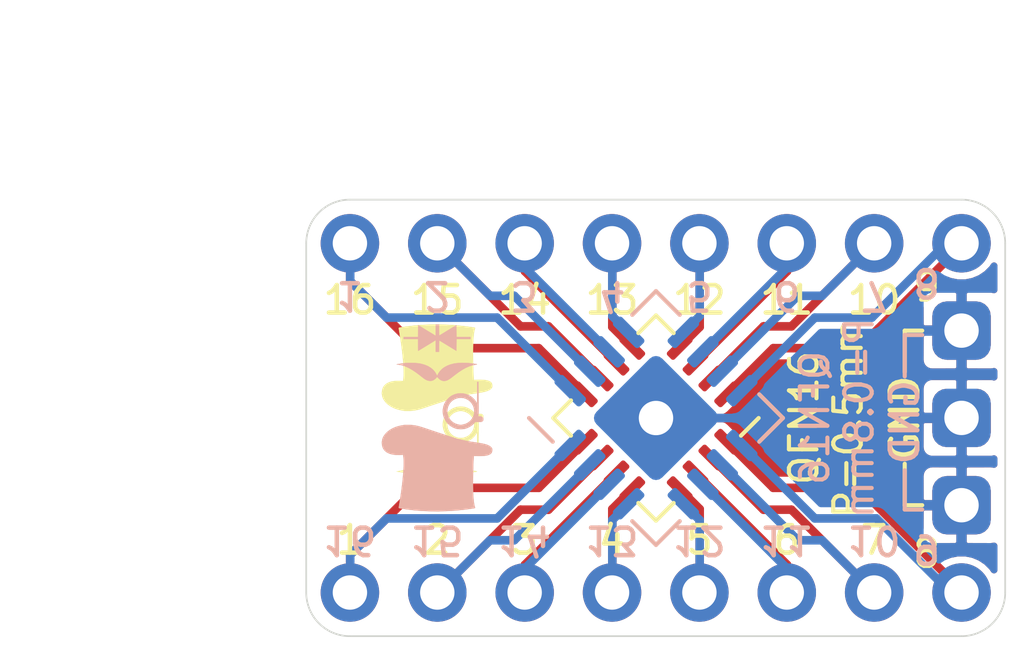
<source format=kicad_pcb>
(kicad_pcb (version 20171130) (host pcbnew "(5.1.2)-2")

  (general
    (thickness 1.6)
    (drawings 58)
    (tracks 93)
    (zones 0)
    (modules 7)
    (nets 18)
  )

  (page User 134.01 110.007)
  (title_block
    (title "QFN16 to DIP Breakout Board")
    (date 2020-04-17)
    (rev 2)
    (company SirBoard)
    (comment 1 "QFN16 P = 0.5mm")
    (comment 2 "QFN16 P = 0.8mm")
    (comment 3 "DIP16 P = 2.54mm")
  )

  (layers
    (0 F.Cu signal)
    (31 B.Cu signal hide)
    (32 B.Adhes user hide)
    (33 F.Adhes user hide)
    (34 B.Paste user hide)
    (35 F.Paste user hide)
    (36 B.SilkS user hide)
    (37 F.SilkS user)
    (38 B.Mask user hide)
    (39 F.Mask user hide)
    (40 Dwgs.User user)
    (41 Cmts.User user hide)
    (42 Eco1.User user hide)
    (43 Eco2.User user hide)
    (44 Edge.Cuts user)
    (45 Margin user hide)
    (46 B.CrtYd user hide)
    (47 F.CrtYd user hide)
    (48 B.Fab user hide)
    (49 F.Fab user hide)
  )

  (setup
    (last_trace_width 0.127)
    (user_trace_width 0.2)
    (user_trace_width 0.25)
    (trace_clearance 0.127)
    (zone_clearance 0.2)
    (zone_45_only no)
    (trace_min 0.127)
    (via_size 0.8)
    (via_drill 0.4)
    (via_min_size 0.3)
    (via_min_drill 0.3)
    (user_via 2 1)
    (uvia_size 0.3)
    (uvia_drill 0.1)
    (uvias_allowed no)
    (uvia_min_size 0.2)
    (uvia_min_drill 0.1)
    (edge_width 0.05)
    (segment_width 0.2)
    (pcb_text_width 0.3)
    (pcb_text_size 1.5 1.5)
    (mod_edge_width 0.12)
    (mod_text_size 1 1)
    (mod_text_width 0.15)
    (pad_size 1.7 1.7)
    (pad_drill 1)
    (pad_to_mask_clearance 0)
    (solder_mask_min_width 0.1)
    (aux_axis_origin 0 0)
    (grid_origin 58.42 35.56)
    (visible_elements 7FFFFFFF)
    (pcbplotparams
      (layerselection 0x010f0_ffffffff)
      (usegerberextensions false)
      (usegerberattributes false)
      (usegerberadvancedattributes false)
      (creategerberjobfile false)
      (excludeedgelayer true)
      (linewidth 0.100000)
      (plotframeref false)
      (viasonmask true)
      (mode 1)
      (useauxorigin true)
      (hpglpennumber 1)
      (hpglpenspeed 20)
      (hpglpendiameter 15.000000)
      (psnegative false)
      (psa4output false)
      (plotreference true)
      (plotvalue false)
      (plotinvisibletext false)
      (padsonsilk false)
      (subtractmaskfromsilk false)
      (outputformat 1)
      (mirror false)
      (drillshape 0)
      (scaleselection 1)
      (outputdirectory "../../Gerbers/QFN16/"))
  )

  (net 0 "")
  (net 1 "Net-(J1-Pad8)")
  (net 2 "Net-(J1-Pad7)")
  (net 3 "Net-(J1-Pad6)")
  (net 4 "Net-(J1-Pad5)")
  (net 5 "Net-(J1-Pad4)")
  (net 6 "Net-(J1-Pad3)")
  (net 7 "Net-(J1-Pad2)")
  (net 8 "Net-(J1-Pad1)")
  (net 9 "Net-(J2-Pad16)")
  (net 10 "Net-(J2-Pad15)")
  (net 11 "Net-(J2-Pad14)")
  (net 12 "Net-(J2-Pad13)")
  (net 13 "Net-(J2-Pad12)")
  (net 14 "Net-(J2-Pad11)")
  (net 15 "Net-(J2-Pad10)")
  (net 16 "Net-(J2-Pad9)")
  (net 17 "Net-(J5-Pad1)")

  (net_class Default "This is the default net class."
    (clearance 0.127)
    (trace_width 0.127)
    (via_dia 0.8)
    (via_drill 0.4)
    (uvia_dia 0.3)
    (uvia_drill 0.1)
    (add_net "Net-(J1-Pad1)")
    (add_net "Net-(J1-Pad2)")
    (add_net "Net-(J1-Pad3)")
    (add_net "Net-(J1-Pad4)")
    (add_net "Net-(J1-Pad5)")
    (add_net "Net-(J1-Pad6)")
    (add_net "Net-(J1-Pad7)")
    (add_net "Net-(J1-Pad8)")
    (add_net "Net-(J2-Pad10)")
    (add_net "Net-(J2-Pad11)")
    (add_net "Net-(J2-Pad12)")
    (add_net "Net-(J2-Pad13)")
    (add_net "Net-(J2-Pad14)")
    (add_net "Net-(J2-Pad15)")
    (add_net "Net-(J2-Pad16)")
    (add_net "Net-(J2-Pad9)")
    (add_net "Net-(J5-Pad1)")
  )

  (module logo:logo54x76 (layer B.Cu) (tedit 0) (tstamp 5E99E0A5)
    (at 62.23 41.91)
    (fp_text reference G*** (at 0 0.127) (layer B.SilkS) hide
      (effects (font (size 0.2 0.2) (thickness 0.05)) (justify mirror))
    )
    (fp_text value LOGO (at 0.75 0) (layer B.SilkS) hide
      (effects (font (size 0.2 0.2) (thickness 0.05)) (justify mirror))
    )
    (fp_poly (pts (xy 0.0508 -2.090662) (xy 0.051037 -2.138054) (xy 0.051705 -2.180038) (xy 0.052732 -2.214632)
      (xy 0.054049 -2.239852) (xy 0.055588 -2.253714) (xy 0.056574 -2.255762) (xy 0.064285 -2.251399)
      (xy 0.0824 -2.240651) (xy 0.108943 -2.224708) (xy 0.141935 -2.204757) (xy 0.1794 -2.181987)
      (xy 0.185389 -2.178337) (xy 0.235068 -2.148053) (xy 0.291732 -2.113508) (xy 0.349975 -2.078001)
      (xy 0.404388 -2.044828) (xy 0.4318 -2.028116) (xy 0.555171 -1.952899) (xy 0.557117 -2.123078)
      (xy 0.559062 -2.293257) (xy 0.9652 -2.293257) (xy 0.9652 -2.351314) (xy 0.559058 -2.351314)
      (xy 0.557114 -2.524705) (xy 0.555171 -2.698095) (xy 0.43476 -2.62449) (xy 0.387035 -2.595314)
      (xy 0.33198 -2.561654) (xy 0.274651 -2.526599) (xy 0.220099 -2.49324) (xy 0.186793 -2.472871)
      (xy 0.148273 -2.449432) (xy 0.11401 -2.42881) (xy 0.085904 -2.412132) (xy 0.065858 -2.400524)
      (xy 0.055774 -2.395111) (xy 0.055018 -2.394857) (xy 0.053793 -2.401769) (xy 0.052707 -2.421123)
      (xy 0.051816 -2.450849) (xy 0.051175 -2.488874) (xy 0.050838 -2.533128) (xy 0.0508 -2.554514)
      (xy 0.0508 -2.714171) (xy -0.043271 -2.714171) (xy -0.045221 -2.550982) (xy -0.047172 -2.387793)
      (xy -0.120591 -2.43372) (xy -0.150198 -2.452124) (xy -0.175892 -2.46788) (xy -0.194842 -2.479265)
      (xy -0.204048 -2.484479) (xy -0.212676 -2.489427) (xy -0.231961 -2.500954) (xy -0.260204 -2.518028)
      (xy -0.295703 -2.539617) (xy -0.336759 -2.56469) (xy -0.381669 -2.592215) (xy -0.384629 -2.594032)
      (xy -0.555172 -2.698753) (xy -0.557115 -2.525034) (xy -0.559058 -2.351314) (xy -0.979715 -2.351314)
      (xy -0.979715 -2.293257) (xy -0.5588 -2.293257) (xy -0.5588 -2.122714) (xy -0.558681 -2.074701)
      (xy -0.558345 -2.031919) (xy -0.557827 -1.99637) (xy -0.557162 -1.970059) (xy -0.556385 -1.95499)
      (xy -0.555851 -1.952171) (xy -0.548939 -1.955759) (xy -0.531999 -1.965608) (xy -0.507349 -1.980341)
      (xy -0.477304 -1.998585) (xy -0.466951 -2.004927) (xy -0.428813 -2.028295) (xy -0.383214 -2.056172)
      (xy -0.335105 -2.085536) (xy -0.289431 -2.113364) (xy -0.275772 -2.121674) (xy -0.234716 -2.146673)
      (xy -0.192212 -2.17261) (xy -0.152271 -2.197031) (xy -0.118908 -2.217485) (xy -0.107043 -2.224782)
      (xy -0.043543 -2.263897) (xy -0.043543 -1.923143) (xy 0.0508 -1.923143) (xy 0.0508 -2.090662)) (layer B.SilkS) (width 0.01))
    (fp_poly (pts (xy 0.237999 -1.079864) (xy 0.270846 -1.088698) (xy 0.291719 -1.096279) (xy 0.314155 -1.10698)
      (xy 0.339692 -1.121829) (xy 0.369865 -1.141854) (xy 0.406212 -1.168082) (xy 0.45027 -1.201542)
      (xy 0.503575 -1.243262) (xy 0.512679 -1.250468) (xy 0.624727 -1.334106) (xy 0.732729 -1.404284)
      (xy 0.836564 -1.460939) (xy 0.936109 -1.50401) (xy 1.031242 -1.533435) (xy 1.102446 -1.546892)
      (xy 1.12931 -1.550693) (xy 1.146855 -1.554024) (xy 1.154333 -1.55723) (xy 1.150999 -1.560655)
      (xy 1.136105 -1.564643) (xy 1.108904 -1.569538) (xy 1.06865 -1.575682) (xy 1.026885 -1.581681)
      (xy 0.920784 -1.593768) (xy 0.814316 -1.600277) (xy 0.710517 -1.601227) (xy 0.612418 -1.596633)
      (xy 0.523053 -1.586513) (xy 0.478817 -1.578617) (xy 0.377715 -1.552208) (xy 0.286614 -1.516907)
      (xy 0.206017 -1.473048) (xy 0.136426 -1.420964) (xy 0.07834 -1.36099) (xy 0.032263 -1.293458)
      (xy 0.022468 -1.275015) (xy -0.00429 -1.221751) (xy -0.024009 -1.262204) (xy -0.067713 -1.335591)
      (xy -0.122995 -1.400326) (xy -0.18971 -1.456313) (xy -0.267712 -1.503456) (xy -0.356855 -1.54166)
      (xy -0.456993 -1.570827) (xy -0.508806 -1.581568) (xy -0.560885 -1.58908) (xy -0.623357 -1.594878)
      (xy -0.692182 -1.598813) (xy -0.763324 -1.600736) (xy -0.832745 -1.600495) (xy -0.896406 -1.59794)
      (xy -0.9144 -1.59665) (xy -0.94123 -1.594012) (xy -0.975123 -1.589981) (xy -1.013357 -1.584963)
      (xy -1.053209 -1.579361) (xy -1.091955 -1.573581) (xy -1.126871 -1.568028) (xy -1.155235 -1.563107)
      (xy -1.174322 -1.559222) (xy -1.181288 -1.556977) (xy -1.17575 -1.55535) (xy -1.159303 -1.552907)
      (xy -1.135492 -1.550174) (xy -1.135177 -1.550142) (xy -1.055402 -1.537396) (xy -0.974076 -1.5151)
      (xy -0.890289 -1.482789) (xy -0.80313 -1.44) (xy -0.711689 -1.386266) (xy -0.615055 -1.321126)
      (xy -0.512319 -1.244113) (xy -0.471715 -1.211821) (xy -0.425095 -1.174862) (xy -0.386893 -1.146284)
      (xy -0.354832 -1.124656) (xy -0.326635 -1.108545) (xy -0.300025 -1.096521) (xy -0.274137 -1.087577)
      (xy -0.217324 -1.077138) (xy -0.163201 -1.080869) (xy -0.112479 -1.098562) (xy -0.065866 -1.130008)
      (xy -0.039095 -1.1566) (xy -0.005677 -1.194504) (xy 0.03889 -1.149974) (xy 0.071628 -1.120363)
      (xy 0.101936 -1.100303) (xy 0.125458 -1.08975) (xy 0.164107 -1.078214) (xy 0.199796 -1.074932)
      (xy 0.237999 -1.079864)) (layer B.SilkS) (width 0.01))
    (fp_poly (pts (xy 0.726979 0.32675) (xy 0.779977 0.320861) (xy 0.800601 0.316685) (xy 0.872557 0.293181)
      (xy 0.942915 0.258598) (xy 1.007844 0.215229) (xy 1.063515 0.165367) (xy 1.07563 0.152049)
      (xy 1.106714 0.116279) (xy 1.199128 0.116197) (xy 1.237259 0.116062) (xy 1.263833 0.115376)
      (xy 1.281809 0.113598) (xy 1.294144 0.110185) (xy 1.303797 0.104597) (xy 1.313726 0.096292)
      (xy 1.315242 0.094939) (xy 1.329955 0.079776) (xy 1.336931 0.064712) (xy 1.338907 0.043132)
      (xy 1.338943 0.037643) (xy 1.334444 0.005765) (xy 1.320318 -0.01762) (xy 1.295618 -0.033167)
      (xy 1.259397 -0.041535) (xy 1.222077 -0.043502) (xy 1.18504 -0.043543) (xy 1.193701 -0.078014)
      (xy 1.195566 -0.089635) (xy 1.197102 -0.10886) (xy 1.198317 -0.136501) (xy 1.199219 -0.173369)
      (xy 1.199818 -0.220275) (xy 1.200121 -0.278031) (xy 1.200138 -0.347448) (xy 1.199877 -0.429338)
      (xy 1.199346 -0.524513) (xy 1.198972 -0.578757) (xy 1.195581 -1.045028) (xy 1.161297 -1.045028)
      (xy 1.159405 -0.731157) (xy 1.157514 -0.417285) (xy 1.134608 -0.4572) (xy 1.086988 -0.526327)
      (xy 1.030166 -0.585313) (xy 0.965655 -0.633806) (xy 0.894965 -0.671456) (xy 0.819608 -0.697913)
      (xy 0.741098 -0.712826) (xy 0.660945 -0.715843) (xy 0.580662 -0.706616) (xy 0.50176 -0.684793)
      (xy 0.425753 -0.650024) (xy 0.391885 -0.629393) (xy 0.372652 -0.614776) (xy 0.347439 -0.593014)
      (xy 0.320166 -0.56758) (xy 0.304257 -0.551809) (xy 0.250214 -0.486657) (xy 0.208349 -0.414077)
      (xy 0.179112 -0.335191) (xy 0.162951 -0.251118) (xy 0.160349 -0.203181) (xy 0.290156 -0.203181)
      (xy 0.297428 -0.270616) (xy 0.316743 -0.33712) (xy 0.348598 -0.401213) (xy 0.388438 -0.455657)
      (xy 0.438736 -0.503241) (xy 0.497851 -0.540834) (xy 0.563386 -0.56766) (xy 0.632945 -0.582943)
      (xy 0.70413 -0.585905) (xy 0.765628 -0.577833) (xy 0.836897 -0.555147) (xy 0.901289 -0.520151)
      (xy 0.957695 -0.473852) (xy 1.005005 -0.417259) (xy 1.042113 -0.351379) (xy 1.057458 -0.312476)
      (xy 1.068116 -0.267913) (xy 1.073556 -0.215702) (xy 1.073649 -0.161694) (xy 1.068265 -0.111742)
      (xy 1.062479 -0.086588) (xy 1.034911 -0.017647) (xy 0.995507 0.044268) (xy 0.945783 0.097759)
      (xy 0.887254 0.141431) (xy 0.821434 0.173887) (xy 0.760491 0.191696) (xy 0.720963 0.199)
      (xy 0.689434 0.202212) (xy 0.659987 0.201355) (xy 0.626703 0.196455) (xy 0.605971 0.19233)
      (xy 0.534769 0.170693) (xy 0.471638 0.138155) (xy 0.417075 0.096194) (xy 0.371576 0.046289)
      (xy 0.335638 -0.01008) (xy 0.309758 -0.071434) (xy 0.294432 -0.136294) (xy 0.290156 -0.203181)
      (xy 0.160349 -0.203181) (xy 0.159657 -0.190434) (xy 0.166668 -0.107332) (xy 0.186994 -0.027565)
      (xy 0.219575 0.047539) (xy 0.263352 0.116651) (xy 0.317265 0.178443) (xy 0.380254 0.231586)
      (xy 0.451259 0.274752) (xy 0.529221 0.306612) (xy 0.563924 0.316336) (xy 0.612783 0.324478)
      (xy 0.669191 0.327953) (xy 0.726979 0.32675)) (layer B.SilkS) (width 0.01))
    (fp_poly (pts (xy 0.252521 2.711196) (xy 0.49012 2.697494) (xy 0.724736 2.675821) (xy 0.953868 2.646201)
      (xy 0.9906 2.64061) (xy 1.033336 2.634024) (xy 1.06366 2.629087) (xy 1.083446 2.624901)
      (xy 1.09457 2.62057) (xy 1.098909 2.615195) (xy 1.098338 2.607879) (xy 1.094732 2.597724)
      (xy 1.092559 2.591818) (xy 1.080891 2.550355) (xy 1.07017 2.495015) (xy 1.060488 2.42641)
      (xy 1.051939 2.345154) (xy 1.048301 2.302291) (xy 1.044388 2.240273) (xy 1.041355 2.165772)
      (xy 1.039189 2.080789) (xy 1.037874 1.987326) (xy 1.037397 1.887388) (xy 1.037744 1.782975)
      (xy 1.038898 1.676091) (xy 1.040847 1.568737) (xy 1.043575 1.462918) (xy 1.047068 1.360634)
      (xy 1.051312 1.263889) (xy 1.056292 1.174685) (xy 1.056461 1.172029) (xy 1.06061 1.106715)
      (xy 1.191091 1.109122) (xy 1.281168 1.108808) (xy 1.358236 1.104218) (xy 1.423187 1.095243)
      (xy 1.476915 1.081777) (xy 1.505134 1.071056) (xy 1.545209 1.049462) (xy 1.572536 1.024535)
      (xy 1.588862 0.993659) (xy 1.595938 0.954216) (xy 1.596571 0.93421) (xy 1.595794 0.907476)
      (xy 1.59218 0.889356) (xy 1.5838 0.873981) (xy 1.571961 0.859233) (xy 1.547394 0.835186)
      (xy 1.516463 0.813654) (xy 1.478028 0.794276) (xy 1.430953 0.776691) (xy 1.374101 0.760538)
      (xy 1.306334 0.745455) (xy 1.226515 0.731083) (xy 1.133506 0.717059) (xy 1.116822 0.714755)
      (xy 0.972688 0.692936) (xy 0.83663 0.667637) (xy 0.702373 0.637543) (xy 0.563641 0.601342)
      (xy 0.529771 0.591823) (xy 0.505025 0.584431) (xy 0.468062 0.572906) (xy 0.42042 0.557751)
      (xy 0.363634 0.539472) (xy 0.299243 0.518571) (xy 0.228783 0.495553) (xy 0.153791 0.470922)
      (xy 0.075804 0.445182) (xy -0.003641 0.418838) (xy -0.083008 0.392392) (xy -0.160759 0.36635)
      (xy -0.235357 0.341215) (xy -0.266698 0.330603) (xy -0.339736 0.305961) (xy -0.401058 0.285625)
      (xy -0.452624 0.269037) (xy -0.496394 0.255639) (xy -0.534327 0.244872) (xy -0.568382 0.236178)
      (xy -0.600519 0.229) (xy -0.632698 0.222778) (xy -0.664029 0.217419) (xy -0.708712 0.211679)
      (xy -0.761132 0.207407) (xy -0.817021 0.20473) (xy -0.872115 0.203775) (xy -0.922147 0.204672)
      (xy -0.962851 0.207547) (xy -0.968829 0.208281) (xy -1.087596 0.229456) (xy -1.195257 0.259832)
      (xy -1.291998 0.299494) (xy -1.378006 0.348526) (xy -1.453468 0.407013) (xy -1.491018 0.443744)
      (xy -1.539967 0.502682) (xy -1.575408 0.561834) (xy -1.598228 0.623288) (xy -1.609312 0.689129)
      (xy -1.610731 0.725715) (xy -1.604705 0.798077) (xy -1.586651 0.862324) (xy -1.556605 0.918411)
      (xy -1.514604 0.966292) (xy -1.460684 1.005921) (xy -1.394883 1.037253) (xy -1.349777 1.052032)
      (xy -1.298785 1.063261) (xy -1.238559 1.071539) (xy -1.174157 1.076448) (xy -1.110638 1.077567)
      (xy -1.065557 1.075586) (xy -0.995371 1.070162) (xy -0.991204 1.090994) (xy -0.982829 1.148218)
      (xy -0.977783 1.218671) (xy -0.975994 1.301472) (xy -0.977393 1.395741) (xy -0.98191 1.500595)
      (xy -0.989474 1.615154) (xy -1.000014 1.738537) (xy -1.01346 1.869862) (xy -1.029742 2.008248)
      (xy -1.048789 2.152815) (xy -1.070531 2.30268) (xy -1.094897 2.456962) (xy -1.105405 2.519962)
      (xy -1.111996 2.559832) (xy -1.116057 2.587666) (xy -1.117707 2.605699) (xy -1.117064 2.616166)
      (xy -1.114247 2.621302) (xy -1.110872 2.622973) (xy -1.096781 2.626079) (xy -1.071008 2.630839)
      (xy -1.036229 2.636807) (xy -0.995125 2.643538) (xy -0.950373 2.650585) (xy -0.904652 2.657505)
      (xy -0.892629 2.659272) (xy -0.677652 2.685797) (xy -0.453146 2.704228) (xy -0.221614 2.714587)
      (xy 0.014443 2.716902) (xy 0.252521 2.711196)) (layer B.SilkS) (width 0.01))
  )

  (module logo:logo54x76 (layer F.Cu) (tedit 0) (tstamp 5D27819D)
    (at 62.23 41.91)
    (fp_text reference G*** (at 0 -0.127) (layer F.SilkS) hide
      (effects (font (size 0.2 0.2) (thickness 0.05)))
    )
    (fp_text value LOGO (at 0.75 0) (layer F.SilkS) hide
      (effects (font (size 0.2 0.2) (thickness 0.05)))
    )
    (fp_poly (pts (xy 0.252521 -2.711196) (xy 0.49012 -2.697494) (xy 0.724736 -2.675821) (xy 0.953868 -2.646201)
      (xy 0.9906 -2.64061) (xy 1.033336 -2.634024) (xy 1.06366 -2.629087) (xy 1.083446 -2.624901)
      (xy 1.09457 -2.62057) (xy 1.098909 -2.615195) (xy 1.098338 -2.607879) (xy 1.094732 -2.597724)
      (xy 1.092559 -2.591818) (xy 1.080891 -2.550355) (xy 1.07017 -2.495015) (xy 1.060488 -2.42641)
      (xy 1.051939 -2.345154) (xy 1.048301 -2.302291) (xy 1.044388 -2.240273) (xy 1.041355 -2.165772)
      (xy 1.039189 -2.080789) (xy 1.037874 -1.987326) (xy 1.037397 -1.887388) (xy 1.037744 -1.782975)
      (xy 1.038898 -1.676091) (xy 1.040847 -1.568737) (xy 1.043575 -1.462918) (xy 1.047068 -1.360634)
      (xy 1.051312 -1.263889) (xy 1.056292 -1.174685) (xy 1.056461 -1.172029) (xy 1.06061 -1.106715)
      (xy 1.191091 -1.109122) (xy 1.281168 -1.108808) (xy 1.358236 -1.104218) (xy 1.423187 -1.095243)
      (xy 1.476915 -1.081777) (xy 1.505134 -1.071056) (xy 1.545209 -1.049462) (xy 1.572536 -1.024535)
      (xy 1.588862 -0.993659) (xy 1.595938 -0.954216) (xy 1.596571 -0.93421) (xy 1.595794 -0.907476)
      (xy 1.59218 -0.889356) (xy 1.5838 -0.873981) (xy 1.571961 -0.859233) (xy 1.547394 -0.835186)
      (xy 1.516463 -0.813654) (xy 1.478028 -0.794276) (xy 1.430953 -0.776691) (xy 1.374101 -0.760538)
      (xy 1.306334 -0.745455) (xy 1.226515 -0.731083) (xy 1.133506 -0.717059) (xy 1.116822 -0.714755)
      (xy 0.972688 -0.692936) (xy 0.83663 -0.667637) (xy 0.702373 -0.637543) (xy 0.563641 -0.601342)
      (xy 0.529771 -0.591823) (xy 0.505025 -0.584431) (xy 0.468062 -0.572906) (xy 0.42042 -0.557751)
      (xy 0.363634 -0.539472) (xy 0.299243 -0.518571) (xy 0.228783 -0.495553) (xy 0.153791 -0.470922)
      (xy 0.075804 -0.445182) (xy -0.003641 -0.418838) (xy -0.083008 -0.392392) (xy -0.160759 -0.36635)
      (xy -0.235357 -0.341215) (xy -0.266698 -0.330603) (xy -0.339736 -0.305961) (xy -0.401058 -0.285625)
      (xy -0.452624 -0.269037) (xy -0.496394 -0.255639) (xy -0.534327 -0.244872) (xy -0.568382 -0.236178)
      (xy -0.600519 -0.229) (xy -0.632698 -0.222778) (xy -0.664029 -0.217419) (xy -0.708712 -0.211679)
      (xy -0.761132 -0.207407) (xy -0.817021 -0.20473) (xy -0.872115 -0.203775) (xy -0.922147 -0.204672)
      (xy -0.962851 -0.207547) (xy -0.968829 -0.208281) (xy -1.087596 -0.229456) (xy -1.195257 -0.259832)
      (xy -1.291998 -0.299494) (xy -1.378006 -0.348526) (xy -1.453468 -0.407013) (xy -1.491018 -0.443744)
      (xy -1.539967 -0.502682) (xy -1.575408 -0.561834) (xy -1.598228 -0.623288) (xy -1.609312 -0.689129)
      (xy -1.610731 -0.725715) (xy -1.604705 -0.798077) (xy -1.586651 -0.862324) (xy -1.556605 -0.918411)
      (xy -1.514604 -0.966292) (xy -1.460684 -1.005921) (xy -1.394883 -1.037253) (xy -1.349777 -1.052032)
      (xy -1.298785 -1.063261) (xy -1.238559 -1.071539) (xy -1.174157 -1.076448) (xy -1.110638 -1.077567)
      (xy -1.065557 -1.075586) (xy -0.995371 -1.070162) (xy -0.991204 -1.090994) (xy -0.982829 -1.148218)
      (xy -0.977783 -1.218671) (xy -0.975994 -1.301472) (xy -0.977393 -1.395741) (xy -0.98191 -1.500595)
      (xy -0.989474 -1.615154) (xy -1.000014 -1.738537) (xy -1.01346 -1.869862) (xy -1.029742 -2.008248)
      (xy -1.048789 -2.152815) (xy -1.070531 -2.30268) (xy -1.094897 -2.456962) (xy -1.105405 -2.519962)
      (xy -1.111996 -2.559832) (xy -1.116057 -2.587666) (xy -1.117707 -2.605699) (xy -1.117064 -2.616166)
      (xy -1.114247 -2.621302) (xy -1.110872 -2.622973) (xy -1.096781 -2.626079) (xy -1.071008 -2.630839)
      (xy -1.036229 -2.636807) (xy -0.995125 -2.643538) (xy -0.950373 -2.650585) (xy -0.904652 -2.657505)
      (xy -0.892629 -2.659272) (xy -0.677652 -2.685797) (xy -0.453146 -2.704228) (xy -0.221614 -2.714587)
      (xy 0.014443 -2.716902) (xy 0.252521 -2.711196)) (layer F.SilkS) (width 0.01))
    (fp_poly (pts (xy 0.726979 -0.32675) (xy 0.779977 -0.320861) (xy 0.800601 -0.316685) (xy 0.872557 -0.293181)
      (xy 0.942915 -0.258598) (xy 1.007844 -0.215229) (xy 1.063515 -0.165367) (xy 1.07563 -0.152049)
      (xy 1.106714 -0.116279) (xy 1.199128 -0.116197) (xy 1.237259 -0.116062) (xy 1.263833 -0.115376)
      (xy 1.281809 -0.113598) (xy 1.294144 -0.110185) (xy 1.303797 -0.104597) (xy 1.313726 -0.096292)
      (xy 1.315242 -0.094939) (xy 1.329955 -0.079776) (xy 1.336931 -0.064712) (xy 1.338907 -0.043132)
      (xy 1.338943 -0.037643) (xy 1.334444 -0.005765) (xy 1.320318 0.01762) (xy 1.295618 0.033167)
      (xy 1.259397 0.041535) (xy 1.222077 0.043502) (xy 1.18504 0.043543) (xy 1.193701 0.078014)
      (xy 1.195566 0.089635) (xy 1.197102 0.10886) (xy 1.198317 0.136501) (xy 1.199219 0.173369)
      (xy 1.199818 0.220275) (xy 1.200121 0.278031) (xy 1.200138 0.347448) (xy 1.199877 0.429338)
      (xy 1.199346 0.524513) (xy 1.198972 0.578757) (xy 1.195581 1.045028) (xy 1.161297 1.045028)
      (xy 1.159405 0.731157) (xy 1.157514 0.417285) (xy 1.134608 0.4572) (xy 1.086988 0.526327)
      (xy 1.030166 0.585313) (xy 0.965655 0.633806) (xy 0.894965 0.671456) (xy 0.819608 0.697913)
      (xy 0.741098 0.712826) (xy 0.660945 0.715843) (xy 0.580662 0.706616) (xy 0.50176 0.684793)
      (xy 0.425753 0.650024) (xy 0.391885 0.629393) (xy 0.372652 0.614776) (xy 0.347439 0.593014)
      (xy 0.320166 0.56758) (xy 0.304257 0.551809) (xy 0.250214 0.486657) (xy 0.208349 0.414077)
      (xy 0.179112 0.335191) (xy 0.162951 0.251118) (xy 0.160349 0.203181) (xy 0.290156 0.203181)
      (xy 0.297428 0.270616) (xy 0.316743 0.33712) (xy 0.348598 0.401213) (xy 0.388438 0.455657)
      (xy 0.438736 0.503241) (xy 0.497851 0.540834) (xy 0.563386 0.56766) (xy 0.632945 0.582943)
      (xy 0.70413 0.585905) (xy 0.765628 0.577833) (xy 0.836897 0.555147) (xy 0.901289 0.520151)
      (xy 0.957695 0.473852) (xy 1.005005 0.417259) (xy 1.042113 0.351379) (xy 1.057458 0.312476)
      (xy 1.068116 0.267913) (xy 1.073556 0.215702) (xy 1.073649 0.161694) (xy 1.068265 0.111742)
      (xy 1.062479 0.086588) (xy 1.034911 0.017647) (xy 0.995507 -0.044268) (xy 0.945783 -0.097759)
      (xy 0.887254 -0.141431) (xy 0.821434 -0.173887) (xy 0.760491 -0.191696) (xy 0.720963 -0.199)
      (xy 0.689434 -0.202212) (xy 0.659987 -0.201355) (xy 0.626703 -0.196455) (xy 0.605971 -0.19233)
      (xy 0.534769 -0.170693) (xy 0.471638 -0.138155) (xy 0.417075 -0.096194) (xy 0.371576 -0.046289)
      (xy 0.335638 0.01008) (xy 0.309758 0.071434) (xy 0.294432 0.136294) (xy 0.290156 0.203181)
      (xy 0.160349 0.203181) (xy 0.159657 0.190434) (xy 0.166668 0.107332) (xy 0.186994 0.027565)
      (xy 0.219575 -0.047539) (xy 0.263352 -0.116651) (xy 0.317265 -0.178443) (xy 0.380254 -0.231586)
      (xy 0.451259 -0.274752) (xy 0.529221 -0.306612) (xy 0.563924 -0.316336) (xy 0.612783 -0.324478)
      (xy 0.669191 -0.327953) (xy 0.726979 -0.32675)) (layer F.SilkS) (width 0.01))
    (fp_poly (pts (xy 0.237999 1.079864) (xy 0.270846 1.088698) (xy 0.291719 1.096279) (xy 0.314155 1.10698)
      (xy 0.339692 1.121829) (xy 0.369865 1.141854) (xy 0.406212 1.168082) (xy 0.45027 1.201542)
      (xy 0.503575 1.243262) (xy 0.512679 1.250468) (xy 0.624727 1.334106) (xy 0.732729 1.404284)
      (xy 0.836564 1.460939) (xy 0.936109 1.50401) (xy 1.031242 1.533435) (xy 1.102446 1.546892)
      (xy 1.12931 1.550693) (xy 1.146855 1.554024) (xy 1.154333 1.55723) (xy 1.150999 1.560655)
      (xy 1.136105 1.564643) (xy 1.108904 1.569538) (xy 1.06865 1.575682) (xy 1.026885 1.581681)
      (xy 0.920784 1.593768) (xy 0.814316 1.600277) (xy 0.710517 1.601227) (xy 0.612418 1.596633)
      (xy 0.523053 1.586513) (xy 0.478817 1.578617) (xy 0.377715 1.552208) (xy 0.286614 1.516907)
      (xy 0.206017 1.473048) (xy 0.136426 1.420964) (xy 0.07834 1.36099) (xy 0.032263 1.293458)
      (xy 0.022468 1.275015) (xy -0.00429 1.221751) (xy -0.024009 1.262204) (xy -0.067713 1.335591)
      (xy -0.122995 1.400326) (xy -0.18971 1.456313) (xy -0.267712 1.503456) (xy -0.356855 1.54166)
      (xy -0.456993 1.570827) (xy -0.508806 1.581568) (xy -0.560885 1.58908) (xy -0.623357 1.594878)
      (xy -0.692182 1.598813) (xy -0.763324 1.600736) (xy -0.832745 1.600495) (xy -0.896406 1.59794)
      (xy -0.9144 1.59665) (xy -0.94123 1.594012) (xy -0.975123 1.589981) (xy -1.013357 1.584963)
      (xy -1.053209 1.579361) (xy -1.091955 1.573581) (xy -1.126871 1.568028) (xy -1.155235 1.563107)
      (xy -1.174322 1.559222) (xy -1.181288 1.556977) (xy -1.17575 1.55535) (xy -1.159303 1.552907)
      (xy -1.135492 1.550174) (xy -1.135177 1.550142) (xy -1.055402 1.537396) (xy -0.974076 1.5151)
      (xy -0.890289 1.482789) (xy -0.80313 1.44) (xy -0.711689 1.386266) (xy -0.615055 1.321126)
      (xy -0.512319 1.244113) (xy -0.471715 1.211821) (xy -0.425095 1.174862) (xy -0.386893 1.146284)
      (xy -0.354832 1.124656) (xy -0.326635 1.108545) (xy -0.300025 1.096521) (xy -0.274137 1.087577)
      (xy -0.217324 1.077138) (xy -0.163201 1.080869) (xy -0.112479 1.098562) (xy -0.065866 1.130008)
      (xy -0.039095 1.1566) (xy -0.005677 1.194504) (xy 0.03889 1.149974) (xy 0.071628 1.120363)
      (xy 0.101936 1.100303) (xy 0.125458 1.08975) (xy 0.164107 1.078214) (xy 0.199796 1.074932)
      (xy 0.237999 1.079864)) (layer F.SilkS) (width 0.01))
    (fp_poly (pts (xy 0.0508 2.090662) (xy 0.051037 2.138054) (xy 0.051705 2.180038) (xy 0.052732 2.214632)
      (xy 0.054049 2.239852) (xy 0.055588 2.253714) (xy 0.056574 2.255762) (xy 0.064285 2.251399)
      (xy 0.0824 2.240651) (xy 0.108943 2.224708) (xy 0.141935 2.204757) (xy 0.1794 2.181987)
      (xy 0.185389 2.178337) (xy 0.235068 2.148053) (xy 0.291732 2.113508) (xy 0.349975 2.078001)
      (xy 0.404388 2.044828) (xy 0.4318 2.028116) (xy 0.555171 1.952899) (xy 0.557117 2.123078)
      (xy 0.559062 2.293257) (xy 0.9652 2.293257) (xy 0.9652 2.351314) (xy 0.559058 2.351314)
      (xy 0.557114 2.524705) (xy 0.555171 2.698095) (xy 0.43476 2.62449) (xy 0.387035 2.595314)
      (xy 0.33198 2.561654) (xy 0.274651 2.526599) (xy 0.220099 2.49324) (xy 0.186793 2.472871)
      (xy 0.148273 2.449432) (xy 0.11401 2.42881) (xy 0.085904 2.412132) (xy 0.065858 2.400524)
      (xy 0.055774 2.395111) (xy 0.055018 2.394857) (xy 0.053793 2.401769) (xy 0.052707 2.421123)
      (xy 0.051816 2.450849) (xy 0.051175 2.488874) (xy 0.050838 2.533128) (xy 0.0508 2.554514)
      (xy 0.0508 2.714171) (xy -0.043271 2.714171) (xy -0.045221 2.550982) (xy -0.047172 2.387793)
      (xy -0.120591 2.43372) (xy -0.150198 2.452124) (xy -0.175892 2.46788) (xy -0.194842 2.479265)
      (xy -0.204048 2.484479) (xy -0.212676 2.489427) (xy -0.231961 2.500954) (xy -0.260204 2.518028)
      (xy -0.295703 2.539617) (xy -0.336759 2.56469) (xy -0.381669 2.592215) (xy -0.384629 2.594032)
      (xy -0.555172 2.698753) (xy -0.557115 2.525034) (xy -0.559058 2.351314) (xy -0.979715 2.351314)
      (xy -0.979715 2.293257) (xy -0.5588 2.293257) (xy -0.5588 2.122714) (xy -0.558681 2.074701)
      (xy -0.558345 2.031919) (xy -0.557827 1.99637) (xy -0.557162 1.970059) (xy -0.556385 1.95499)
      (xy -0.555851 1.952171) (xy -0.548939 1.955759) (xy -0.531999 1.965608) (xy -0.507349 1.980341)
      (xy -0.477304 1.998585) (xy -0.466951 2.004927) (xy -0.428813 2.028295) (xy -0.383214 2.056172)
      (xy -0.335105 2.085536) (xy -0.289431 2.113364) (xy -0.275772 2.121674) (xy -0.234716 2.146673)
      (xy -0.192212 2.17261) (xy -0.152271 2.197031) (xy -0.118908 2.217485) (xy -0.107043 2.224782)
      (xy -0.043543 2.263897) (xy -0.043543 1.923143) (xy 0.0508 1.923143) (xy 0.0508 2.090662)) (layer F.SilkS) (width 0.01))
  )

  (module Connector_PinHeader_2.54mm:PinHeader_1x03_P2.54mm_Vertical (layer B.Cu) (tedit 5E99D164) (tstamp 5D39E7BF)
    (at 77.47 39.37 180)
    (descr "Through hole straight pin header, 1x03, 2.54mm pitch, single row")
    (tags "Through hole pin header THT 1x03 2.54mm single row")
    (path /5D3B084D)
    (fp_text reference J5 (at 0 2.33 90) (layer B.SilkS) hide
      (effects (font (size 1 1) (thickness 0.15)) (justify mirror))
    )
    (fp_text value Conn_01x03 (at 0 -7.41) (layer B.Fab)
      (effects (font (size 1 1) (thickness 0.15)) (justify mirror))
    )
    (fp_text user %R (at 0 -2.54 90) (layer B.Fab)
      (effects (font (size 1 1) (thickness 0.15)) (justify mirror))
    )
    (fp_line (start 1.8 1.8) (end -1.8 1.8) (layer B.CrtYd) (width 0.05))
    (fp_line (start 1.8 -6.85) (end 1.8 1.8) (layer B.CrtYd) (width 0.05))
    (fp_line (start -1.8 -6.85) (end 1.8 -6.85) (layer B.CrtYd) (width 0.05))
    (fp_line (start -1.8 1.8) (end -1.8 -6.85) (layer B.CrtYd) (width 0.05))
    (fp_line (start -1.27 0.635) (end -0.635 1.27) (layer B.Fab) (width 0.1))
    (fp_line (start -1.27 -6.35) (end -1.27 0.635) (layer B.Fab) (width 0.1))
    (fp_line (start 1.27 -6.35) (end -1.27 -6.35) (layer B.Fab) (width 0.1))
    (fp_line (start 1.27 1.27) (end 1.27 -6.35) (layer B.Fab) (width 0.1))
    (fp_line (start -0.635 1.27) (end 1.27 1.27) (layer B.Fab) (width 0.1))
    (pad 3 thru_hole roundrect (at 0 -5.08 180) (size 1.7 1.7) (drill 1) (layers *.Cu *.Mask) (roundrect_rratio 0.25)
      (net 17 "Net-(J5-Pad1)"))
    (pad 2 thru_hole roundrect (at 0 -2.54 180) (size 1.7 1.7) (drill 1) (layers *.Cu *.Mask) (roundrect_rratio 0.25)
      (net 17 "Net-(J5-Pad1)"))
    (pad 1 thru_hole roundrect (at 0 0 180) (size 1.7 1.7) (drill 1) (layers *.Cu *.Mask) (roundrect_rratio 0.25)
      (net 17 "Net-(J5-Pad1)"))
    (model ${KISYS3DMOD}/Connector_PinHeader_2.54mm.3dshapes/PinHeader_1x03_P2.54mm_Vertical.wrl
      (at (xyz 0 0 0))
      (scale (xyz 1 1 1))
      (rotate (xyz 0 0 0))
    )
  )

  (module Package_DFN_QFN:QFN-16-1EP_4x4mm_P0.65mm_EP2.1x2.1mm (layer F.Cu) (tedit 5D398C48) (tstamp 5D2779D8)
    (at 68.588 41.9135 225)
    (descr "QFN, 16 Pin (http://www.thatcorp.com/datashts/THAT_1580_Datasheet.pdf), generated with kicad-footprint-generator ipc_dfn_qfn_generator.py")
    (tags "QFN DFN_QFN")
    (path /5D2772F5)
    (attr smd)
    (fp_text reference J2 (at 0 -3.299999 45) (layer F.SilkS) hide
      (effects (font (size 1 1) (thickness 0.15)))
    )
    (fp_text value Conn_02x08_Counter_Clockwise (at 0 3.299999 45) (layer F.Fab)
      (effects (font (size 1 1) (thickness 0.15)))
    )
    (fp_text user %R (at 0 0 45) (layer F.Fab)
      (effects (font (size 1 1) (thickness 0.15)))
    )
    (fp_line (start 2.62 -2.62) (end -2.62 -2.62) (layer F.CrtYd) (width 0.05))
    (fp_line (start 2.62 2.62) (end 2.62 -2.62) (layer F.CrtYd) (width 0.05))
    (fp_line (start -2.62 2.62) (end 2.62 2.62) (layer F.CrtYd) (width 0.05))
    (fp_line (start -2.62 -2.62) (end -2.62 2.62) (layer F.CrtYd) (width 0.05))
    (fp_line (start -2 -1) (end -1 -2) (layer F.Fab) (width 0.1))
    (fp_line (start -2 2) (end -2 -1) (layer F.Fab) (width 0.1))
    (fp_line (start 2 2) (end -2 2) (layer F.Fab) (width 0.1))
    (fp_line (start 2 -2) (end 2 2) (layer F.Fab) (width 0.1))
    (fp_line (start -1 -2) (end 2 -2) (layer F.Fab) (width 0.1))
    (fp_line (start -1.385 -2.11) (end -2.11 -2.11) (layer F.SilkS) (width 0.12))
    (fp_line (start 2.11 2.11) (end 2.11 1.385) (layer F.SilkS) (width 0.12))
    (fp_line (start 1.385 2.11) (end 2.11 2.11) (layer F.SilkS) (width 0.12))
    (fp_line (start -2.11 2.11) (end -2.11 1.385) (layer F.SilkS) (width 0.12))
    (fp_line (start -1.385 2.11) (end -2.11 2.11) (layer F.SilkS) (width 0.12))
    (fp_line (start 2.11 -2.11) (end 2.11 -1.385) (layer F.SilkS) (width 0.12))
    (fp_line (start 1.385 -2.11) (end 2.11 -2.11) (layer F.SilkS) (width 0.12))
    (pad 16 smd roundrect (at -0.975 -1.95 225) (size 0.3 0.85) (layers F.Cu F.Paste F.Mask) (roundrect_rratio 0.25)
      (net 9 "Net-(J2-Pad16)"))
    (pad 15 smd roundrect (at -0.325 -1.95 225) (size 0.3 0.85) (layers F.Cu F.Paste F.Mask) (roundrect_rratio 0.25)
      (net 10 "Net-(J2-Pad15)"))
    (pad 14 smd roundrect (at 0.325 -1.95 225) (size 0.3 0.85) (layers F.Cu F.Paste F.Mask) (roundrect_rratio 0.25)
      (net 11 "Net-(J2-Pad14)"))
    (pad 13 smd roundrect (at 0.975 -1.95 225) (size 0.3 0.85) (layers F.Cu F.Paste F.Mask) (roundrect_rratio 0.25)
      (net 12 "Net-(J2-Pad13)"))
    (pad 12 smd roundrect (at 1.95 -0.975 225) (size 0.85 0.3) (layers F.Cu F.Paste F.Mask) (roundrect_rratio 0.25)
      (net 13 "Net-(J2-Pad12)"))
    (pad 11 smd roundrect (at 1.95 -0.325 225) (size 0.85 0.3) (layers F.Cu F.Paste F.Mask) (roundrect_rratio 0.25)
      (net 14 "Net-(J2-Pad11)"))
    (pad 10 smd roundrect (at 1.95 0.325 225) (size 0.85 0.3) (layers F.Cu F.Paste F.Mask) (roundrect_rratio 0.25)
      (net 15 "Net-(J2-Pad10)"))
    (pad 9 smd roundrect (at 1.95 0.975 225) (size 0.85 0.3) (layers F.Cu F.Paste F.Mask) (roundrect_rratio 0.25)
      (net 16 "Net-(J2-Pad9)"))
    (pad 8 smd roundrect (at 0.975 1.95 225) (size 0.3 0.85) (layers F.Cu F.Paste F.Mask) (roundrect_rratio 0.25)
      (net 1 "Net-(J1-Pad8)"))
    (pad 7 smd roundrect (at 0.325 1.95 225) (size 0.3 0.85) (layers F.Cu F.Paste F.Mask) (roundrect_rratio 0.25)
      (net 2 "Net-(J1-Pad7)"))
    (pad 6 smd roundrect (at -0.325 1.95 225) (size 0.3 0.85) (layers F.Cu F.Paste F.Mask) (roundrect_rratio 0.25)
      (net 3 "Net-(J1-Pad6)"))
    (pad 5 smd roundrect (at -0.975 1.95 225) (size 0.3 0.85) (layers F.Cu F.Paste F.Mask) (roundrect_rratio 0.25)
      (net 4 "Net-(J1-Pad5)"))
    (pad 4 smd roundrect (at -1.95 0.975 225) (size 0.85 0.3) (layers F.Cu F.Paste F.Mask) (roundrect_rratio 0.25)
      (net 5 "Net-(J1-Pad4)"))
    (pad 3 smd roundrect (at -1.95 0.325 225) (size 0.85 0.3) (layers F.Cu F.Paste F.Mask) (roundrect_rratio 0.25)
      (net 6 "Net-(J1-Pad3)"))
    (pad 2 smd roundrect (at -1.95 -0.325 225) (size 0.85 0.3) (layers F.Cu F.Paste F.Mask) (roundrect_rratio 0.25)
      (net 7 "Net-(J1-Pad2)"))
    (pad 1 smd roundrect (at -1.95 -0.975 225) (size 0.85 0.3) (layers F.Cu F.Paste F.Mask) (roundrect_rratio 0.25)
      (net 8 "Net-(J1-Pad1)"))
    (pad "" smd roundrect (at 0.525 0.525 225) (size 0.85 0.85) (layers F.Paste) (roundrect_rratio 0.25))
    (pad "" smd roundrect (at 0.525 -0.525 225) (size 0.85 0.85) (layers F.Paste) (roundrect_rratio 0.25))
    (pad "" smd roundrect (at -0.525 0.525 225) (size 0.85 0.85) (layers F.Paste) (roundrect_rratio 0.25))
    (pad "" smd roundrect (at -0.525 -0.525 225) (size 0.85 0.85) (layers F.Paste) (roundrect_rratio 0.25))
    (pad 17 smd roundrect (at 0 0 225) (size 2.1 2.1) (layers F.Cu F.Mask) (roundrect_rratio 0.119)
      (net 17 "Net-(J5-Pad1)"))
    (model ${KISYS3DMOD}/Package_DFN_QFN.3dshapes/QFN-16-1EP_4x4mm_P0.65mm_EP2.1x2.1mm.wrl
      (at (xyz 0 0 0))
      (scale (xyz 1 1 1))
      (rotate (xyz 0 0 0))
    )
  )

  (module Package_DFN_QFN:QFN-16-1EP_5x5mm_P0.8mm_EP2.7x2.7mm (layer B.Cu) (tedit 5D398C50) (tstamp 5D279681)
    (at 68.588 41.9135 315)
    (descr "QFN, 16 Pin (http://www.intersil.com/content/dam/Intersil/documents/l16_/l16.5x5.pdf), generated with kicad-footprint-generator ipc_dfn_qfn_generator.py")
    (tags "QFN DFN_QFN")
    (path /5D27A0A0)
    (attr smd)
    (fp_text reference J4 (at 0 3.8 135) (layer B.SilkS) hide
      (effects (font (size 1 1) (thickness 0.15)) (justify mirror))
    )
    (fp_text value Conn_02x08_Counter_Clockwise (at 0 -3.8 135) (layer B.Fab)
      (effects (font (size 1 1) (thickness 0.15)) (justify mirror))
    )
    (fp_text user %R (at 0 0 135) (layer B.Fab)
      (effects (font (size 1 1) (thickness 0.15)) (justify mirror))
    )
    (fp_line (start 3.1 3.1) (end -3.1 3.1) (layer B.CrtYd) (width 0.05))
    (fp_line (start 3.1 -3.1) (end 3.1 3.1) (layer B.CrtYd) (width 0.05))
    (fp_line (start -3.1 -3.1) (end 3.1 -3.1) (layer B.CrtYd) (width 0.05))
    (fp_line (start -3.1 3.1) (end -3.1 -3.1) (layer B.CrtYd) (width 0.05))
    (fp_line (start -2.5 1.5) (end -1.5 2.5) (layer B.Fab) (width 0.1))
    (fp_line (start -2.5 -2.5) (end -2.5 1.5) (layer B.Fab) (width 0.1))
    (fp_line (start 2.5 -2.5) (end -2.5 -2.5) (layer B.Fab) (width 0.1))
    (fp_line (start 2.5 2.5) (end 2.5 -2.5) (layer B.Fab) (width 0.1))
    (fp_line (start -1.5 2.5) (end 2.5 2.5) (layer B.Fab) (width 0.1))
    (fp_line (start -1.635 2.61) (end -2.61 2.61) (layer B.SilkS) (width 0.12))
    (fp_line (start 2.61 -2.61) (end 2.61 -1.635) (layer B.SilkS) (width 0.12))
    (fp_line (start 1.635 -2.61) (end 2.61 -2.61) (layer B.SilkS) (width 0.12))
    (fp_line (start -2.61 -2.61) (end -2.61 -1.635) (layer B.SilkS) (width 0.12))
    (fp_line (start -1.635 -2.61) (end -2.61 -2.61) (layer B.SilkS) (width 0.12))
    (fp_line (start 2.61 2.61) (end 2.61 1.635) (layer B.SilkS) (width 0.12))
    (fp_line (start 1.635 2.61) (end 2.61 2.61) (layer B.SilkS) (width 0.12))
    (pad 16 smd roundrect (at -1.2 2.325 315) (size 0.35 1.05) (layers B.Cu B.Paste B.Mask) (roundrect_rratio 0.25)
      (net 16 "Net-(J2-Pad9)"))
    (pad 15 smd roundrect (at -0.4 2.325 315) (size 0.35 1.05) (layers B.Cu B.Paste B.Mask) (roundrect_rratio 0.25)
      (net 15 "Net-(J2-Pad10)"))
    (pad 14 smd roundrect (at 0.4 2.325 315) (size 0.35 1.05) (layers B.Cu B.Paste B.Mask) (roundrect_rratio 0.25)
      (net 14 "Net-(J2-Pad11)"))
    (pad 13 smd roundrect (at 1.2 2.325 315) (size 0.35 1.05) (layers B.Cu B.Paste B.Mask) (roundrect_rratio 0.25)
      (net 13 "Net-(J2-Pad12)"))
    (pad 12 smd roundrect (at 2.325 1.2 315) (size 1.05 0.35) (layers B.Cu B.Paste B.Mask) (roundrect_rratio 0.25)
      (net 12 "Net-(J2-Pad13)"))
    (pad 11 smd roundrect (at 2.325 0.4 315) (size 1.05 0.35) (layers B.Cu B.Paste B.Mask) (roundrect_rratio 0.25)
      (net 11 "Net-(J2-Pad14)"))
    (pad 10 smd roundrect (at 2.325 -0.4 315) (size 1.05 0.35) (layers B.Cu B.Paste B.Mask) (roundrect_rratio 0.25)
      (net 10 "Net-(J2-Pad15)"))
    (pad 9 smd roundrect (at 2.325 -1.2 315) (size 1.05 0.35) (layers B.Cu B.Paste B.Mask) (roundrect_rratio 0.25)
      (net 9 "Net-(J2-Pad16)"))
    (pad 8 smd roundrect (at 1.2 -2.325 315) (size 0.35 1.05) (layers B.Cu B.Paste B.Mask) (roundrect_rratio 0.25)
      (net 8 "Net-(J1-Pad1)"))
    (pad 7 smd roundrect (at 0.4 -2.325 315) (size 0.35 1.05) (layers B.Cu B.Paste B.Mask) (roundrect_rratio 0.25)
      (net 7 "Net-(J1-Pad2)"))
    (pad 6 smd roundrect (at -0.4 -2.325 315) (size 0.35 1.05) (layers B.Cu B.Paste B.Mask) (roundrect_rratio 0.25)
      (net 6 "Net-(J1-Pad3)"))
    (pad 5 smd roundrect (at -1.2 -2.325 315) (size 0.35 1.05) (layers B.Cu B.Paste B.Mask) (roundrect_rratio 0.25)
      (net 5 "Net-(J1-Pad4)"))
    (pad 4 smd roundrect (at -2.325 -1.2 315) (size 1.05 0.35) (layers B.Cu B.Paste B.Mask) (roundrect_rratio 0.25)
      (net 4 "Net-(J1-Pad5)"))
    (pad 3 smd roundrect (at -2.325 -0.4 315) (size 1.05 0.35) (layers B.Cu B.Paste B.Mask) (roundrect_rratio 0.25)
      (net 3 "Net-(J1-Pad6)"))
    (pad 2 smd roundrect (at -2.325 0.4 315) (size 1.05 0.35) (layers B.Cu B.Paste B.Mask) (roundrect_rratio 0.25)
      (net 2 "Net-(J1-Pad7)"))
    (pad 1 smd roundrect (at -2.325 1.2 315) (size 1.05 0.35) (layers B.Cu B.Paste B.Mask) (roundrect_rratio 0.25)
      (net 1 "Net-(J1-Pad8)"))
    (pad "" smd roundrect (at 0.675 -0.675 315) (size 1.09 1.09) (layers B.Paste) (roundrect_rratio 0.229358))
    (pad "" smd roundrect (at 0.675 0.675 315) (size 1.09 1.09) (layers B.Paste) (roundrect_rratio 0.229358))
    (pad "" smd roundrect (at -0.675 -0.675 315) (size 1.09 1.09) (layers B.Paste) (roundrect_rratio 0.229358))
    (pad "" smd roundrect (at -0.675 0.675 315) (size 1.09 1.09) (layers B.Paste) (roundrect_rratio 0.229358))
    (pad 17 smd roundrect (at 0 0 315) (size 2.7 2.7) (layers B.Cu B.Mask) (roundrect_rratio 0.09300000000000001)
      (net 17 "Net-(J5-Pad1)"))
    (model ${KISYS3DMOD}/Package_DFN_QFN.3dshapes/QFN-16-1EP_5x5mm_P0.8mm_EP2.7x2.7mm.wrl
      (at (xyz 0 0 0))
      (scale (xyz 1 1 1))
      (rotate (xyz 0 0 0))
    )
  )

  (module Connector_PinHeader_2.54mm:PinHeader_1x08_P2.54mm_Vertical (layer F.Cu) (tedit 5D398DE0) (tstamp 5D2779F4)
    (at 77.47 46.99 270)
    (descr "Through hole straight pin header, 1x08, 2.54mm pitch, single row")
    (tags "Through hole pin header THT 1x08 2.54mm single row")
    (path /5D27708E)
    (fp_text reference J3 (at 0 -2.33 90) (layer F.SilkS) hide
      (effects (font (size 1 1) (thickness 0.15)))
    )
    (fp_text value Conn_01x08 (at 0 20.11 90) (layer F.Fab)
      (effects (font (size 1 1) (thickness 0.15)))
    )
    (fp_text user %R (at 0 8.89) (layer F.Fab)
      (effects (font (size 1 1) (thickness 0.15)))
    )
    (fp_line (start 1.8 -1.8) (end -1.8 -1.8) (layer F.CrtYd) (width 0.05))
    (fp_line (start 1.8 19.55) (end 1.8 -1.8) (layer F.CrtYd) (width 0.05))
    (fp_line (start -1.8 19.55) (end 1.8 19.55) (layer F.CrtYd) (width 0.05))
    (fp_line (start -1.8 -1.8) (end -1.8 19.55) (layer F.CrtYd) (width 0.05))
    (fp_line (start -1.27 -0.635) (end -0.635 -1.27) (layer F.Fab) (width 0.1))
    (fp_line (start -1.27 19.05) (end -1.27 -0.635) (layer F.Fab) (width 0.1))
    (fp_line (start 1.27 19.05) (end -1.27 19.05) (layer F.Fab) (width 0.1))
    (fp_line (start 1.27 -1.27) (end 1.27 19.05) (layer F.Fab) (width 0.1))
    (fp_line (start -0.635 -1.27) (end 1.27 -1.27) (layer F.Fab) (width 0.1))
    (pad 8 thru_hole oval (at 0 17.78 270) (size 1.7 1.7) (drill 1) (layers *.Cu *.Mask)
      (net 16 "Net-(J2-Pad9)"))
    (pad 7 thru_hole oval (at 0 15.24 270) (size 1.7 1.7) (drill 1) (layers *.Cu *.Mask)
      (net 15 "Net-(J2-Pad10)"))
    (pad 6 thru_hole oval (at 0 12.7 270) (size 1.7 1.7) (drill 1) (layers *.Cu *.Mask)
      (net 14 "Net-(J2-Pad11)"))
    (pad 5 thru_hole oval (at 0 10.16 270) (size 1.7 1.7) (drill 1) (layers *.Cu *.Mask)
      (net 13 "Net-(J2-Pad12)"))
    (pad 4 thru_hole oval (at 0 7.62 270) (size 1.7 1.7) (drill 1) (layers *.Cu *.Mask)
      (net 12 "Net-(J2-Pad13)"))
    (pad 3 thru_hole oval (at 0 5.08 270) (size 1.7 1.7) (drill 1) (layers *.Cu *.Mask)
      (net 11 "Net-(J2-Pad14)"))
    (pad 2 thru_hole oval (at 0 2.54 270) (size 1.7 1.7) (drill 1) (layers *.Cu *.Mask)
      (net 10 "Net-(J2-Pad15)"))
    (pad 1 thru_hole circle (at 0 0 270) (size 1.7 1.7) (drill 1) (layers *.Cu *.Mask)
      (net 9 "Net-(J2-Pad16)"))
    (model ${KISYS3DMOD}/Connector_PinHeader_2.54mm.3dshapes/PinHeader_1x08_P2.54mm_Vertical.wrl
      (offset (xyz 0 0 -1.6))
      (scale (xyz 1 1 1))
      (rotate (xyz 0 180 0))
    )
  )

  (module Connector_PinHeader_2.54mm:PinHeader_1x08_P2.54mm_Vertical (layer F.Cu) (tedit 5D398DD1) (tstamp 5D2779AA)
    (at 77.47 36.83 270)
    (descr "Through hole straight pin header, 1x08, 2.54mm pitch, single row")
    (tags "Through hole pin header THT 1x08 2.54mm single row")
    (path /5D27904E)
    (fp_text reference J1 (at 0 -2.33 90) (layer F.SilkS) hide
      (effects (font (size 1 1) (thickness 0.15)))
    )
    (fp_text value Conn_01x08 (at 0 20.11 90) (layer F.Fab)
      (effects (font (size 1 1) (thickness 0.15)))
    )
    (fp_text user %R (at 0 8.89) (layer F.Fab)
      (effects (font (size 1 1) (thickness 0.15)))
    )
    (fp_line (start 1.8 -1.8) (end -1.8 -1.8) (layer F.CrtYd) (width 0.05))
    (fp_line (start 1.8 19.55) (end 1.8 -1.8) (layer F.CrtYd) (width 0.05))
    (fp_line (start -1.8 19.55) (end 1.8 19.55) (layer F.CrtYd) (width 0.05))
    (fp_line (start -1.8 -1.8) (end -1.8 19.55) (layer F.CrtYd) (width 0.05))
    (fp_line (start -1.27 -0.635) (end -0.635 -1.27) (layer F.Fab) (width 0.1))
    (fp_line (start -1.27 19.05) (end -1.27 -0.635) (layer F.Fab) (width 0.1))
    (fp_line (start 1.27 19.05) (end -1.27 19.05) (layer F.Fab) (width 0.1))
    (fp_line (start 1.27 -1.27) (end 1.27 19.05) (layer F.Fab) (width 0.1))
    (fp_line (start -0.635 -1.27) (end 1.27 -1.27) (layer F.Fab) (width 0.1))
    (pad 8 thru_hole oval (at 0 17.78 270) (size 1.7 1.7) (drill 1) (layers *.Cu *.Mask)
      (net 1 "Net-(J1-Pad8)"))
    (pad 7 thru_hole oval (at 0 15.24 270) (size 1.7 1.7) (drill 1) (layers *.Cu *.Mask)
      (net 2 "Net-(J1-Pad7)"))
    (pad 6 thru_hole oval (at 0 12.7 270) (size 1.7 1.7) (drill 1) (layers *.Cu *.Mask)
      (net 3 "Net-(J1-Pad6)"))
    (pad 5 thru_hole oval (at 0 10.16 270) (size 1.7 1.7) (drill 1) (layers *.Cu *.Mask)
      (net 4 "Net-(J1-Pad5)"))
    (pad 4 thru_hole oval (at 0 7.62 270) (size 1.7 1.7) (drill 1) (layers *.Cu *.Mask)
      (net 5 "Net-(J1-Pad4)"))
    (pad 3 thru_hole oval (at 0 5.08 270) (size 1.7 1.7) (drill 1) (layers *.Cu *.Mask)
      (net 6 "Net-(J1-Pad3)"))
    (pad 2 thru_hole oval (at 0 2.54 270) (size 1.7 1.7) (drill 1) (layers *.Cu *.Mask)
      (net 7 "Net-(J1-Pad2)"))
    (pad 1 thru_hole circle (at 0 0 270) (size 1.7 1.7) (drill 1) (layers *.Cu *.Mask)
      (net 8 "Net-(J1-Pad1)"))
    (model ${KISYS3DMOD}/Connector_PinHeader_2.54mm.3dshapes/PinHeader_1x08_P2.54mm_Vertical.wrl
      (offset (xyz 0 0 -1.6))
      (scale (xyz 1 1 1))
      (rotate (xyz 0 180 0))
    )
  )

  (gr_text 16 (at 59.69 45.466 180) (layer B.SilkS) (tstamp 5E9A401F)
    (effects (font (size 0.8 0.8) (thickness 0.13)) (justify mirror))
  )
  (gr_text 12 (at 69.85 45.466 180) (layer B.SilkS) (tstamp 5E9A401E)
    (effects (font (size 0.8 0.8) (thickness 0.13)) (justify mirror))
  )
  (gr_text 13 (at 67.31 45.466 180) (layer B.SilkS) (tstamp 5E9A401D)
    (effects (font (size 0.8 0.8) (thickness 0.13)) (justify mirror))
  )
  (gr_text 10 (at 74.93 45.466 180) (layer B.SilkS) (tstamp 5E9A401C)
    (effects (font (size 0.8 0.8) (thickness 0.13)) (justify mirror))
  )
  (gr_text "QFN16\nP=0.8mm" (at 73.8505 41.91 90) (layer B.SilkS) (tstamp 5E9A401B)
    (effects (font (size 0.8 0.8) (thickness 0.12)) (justify mirror))
  )
  (gr_text GND (at 75.819 42.037 90) (layer B.SilkS) (tstamp 5E9A401A)
    (effects (font (size 0.8 0.8) (thickness 0.13)) (justify mirror))
  )
  (gr_text 7 (at 74.93 38.354 180) (layer B.SilkS) (tstamp 5E9A4019)
    (effects (font (size 0.8 0.8) (thickness 0.13)) (justify mirror))
  )
  (gr_text 15 (at 62.23 45.466 180) (layer B.SilkS) (tstamp 5E9A4018)
    (effects (font (size 0.8 0.8) (thickness 0.13)) (justify mirror))
  )
  (gr_text 14 (at 64.77 45.466 180) (layer B.SilkS) (tstamp 5E9A4017)
    (effects (font (size 0.8 0.8) (thickness 0.13)) (justify mirror))
  )
  (gr_text 1 (at 59.69 38.354 180) (layer B.SilkS) (tstamp 5E9A4016)
    (effects (font (size 0.8 0.8) (thickness 0.13)) (justify mirror))
  )
  (gr_text 5 (at 69.85 38.354 180) (layer B.SilkS) (tstamp 5E9A4015)
    (effects (font (size 0.8 0.8) (thickness 0.13)) (justify mirror))
  )
  (gr_text 9 (at 76.454 45.72 180) (layer B.SilkS) (tstamp 5E9A4014)
    (effects (font (size 0.8 0.8) (thickness 0.13)) (justify mirror))
  )
  (gr_text 8 (at 76.454 37.973 180) (layer B.SilkS) (tstamp 5E9A4013)
    (effects (font (size 0.8 0.8) (thickness 0.13)) (justify mirror))
  )
  (gr_text 11 (at 72.39 45.466 180) (layer B.SilkS) (tstamp 5E9A4012)
    (effects (font (size 0.8 0.8) (thickness 0.13)) (justify mirror))
  )
  (gr_line (start 75.819 43.434) (end 75.819 44.577) (layer B.SilkS) (width 0.12) (tstamp 5E9A4011))
  (gr_line (start 75.819 40.7035) (end 75.819 39.497) (layer B.SilkS) (width 0.12) (tstamp 5E9A4010))
  (gr_line (start 75.819 44.577) (end 76.327 44.577) (layer B.SilkS) (width 0.12) (tstamp 5E9A400F))
  (gr_line (start 75.819 39.497) (end 76.327 39.497) (layer B.SilkS) (width 0.12) (tstamp 5E9A400E))
  (gr_text 4 (at 67.31 38.354 180) (layer B.SilkS) (tstamp 5E9A400D)
    (effects (font (size 0.8 0.8) (thickness 0.13)) (justify mirror))
  )
  (gr_text 3 (at 64.77 38.354 180) (layer B.SilkS) (tstamp 5E9A400C)
    (effects (font (size 0.8 0.8) (thickness 0.13)) (justify mirror))
  )
  (gr_text 6 (at 72.39 38.354 180) (layer B.SilkS) (tstamp 5E9A400B)
    (effects (font (size 0.8 0.8) (thickness 0.13)) (justify mirror))
  )
  (gr_text 2 (at 62.23 38.354 180) (layer B.SilkS) (tstamp 5E9A400A)
    (effects (font (size 0.8 0.8) (thickness 0.13)) (justify mirror))
  )
  (gr_line (start 75.819 44.45) (end 76.327 44.45) (layer F.SilkS) (width 0.12))
  (gr_line (start 75.819 43.2435) (end 75.819 44.45) (layer F.SilkS) (width 0.12))
  (gr_line (start 75.819 39.37) (end 76.327 39.37) (layer F.SilkS) (width 0.12))
  (gr_line (start 75.819 40.5765) (end 75.819 39.37) (layer F.SilkS) (width 0.12))
  (gr_text 16 (at 59.69 38.481) (layer F.SilkS) (tstamp 5E9A3D75)
    (effects (font (size 0.8 0.8) (thickness 0.13)))
  )
  (gr_text 15 (at 62.23 38.481) (layer F.SilkS) (tstamp 5E9A3D73)
    (effects (font (size 0.8 0.8) (thickness 0.13)))
  )
  (gr_text 14 (at 64.77 38.481) (layer F.SilkS) (tstamp 5E9A3D71)
    (effects (font (size 0.8 0.8) (thickness 0.13)))
  )
  (gr_text 13 (at 67.31 38.481) (layer F.SilkS) (tstamp 5E9A3D6F)
    (effects (font (size 0.8 0.8) (thickness 0.13)))
  )
  (gr_text 12 (at 69.85 38.481) (layer F.SilkS) (tstamp 5E9A3D6D)
    (effects (font (size 0.8 0.8) (thickness 0.13)))
  )
  (gr_text 11 (at 72.39 38.481) (layer F.SilkS) (tstamp 5E9A3D6B)
    (effects (font (size 0.8 0.8) (thickness 0.13)))
  )
  (gr_text 10 (at 74.93 38.481) (layer F.SilkS) (tstamp 5E9A3D69)
    (effects (font (size 0.8 0.8) (thickness 0.13)))
  )
  (gr_text 8 (at 76.454 45.847) (layer F.SilkS) (tstamp 5E9A3CA4)
    (effects (font (size 0.8 0.8) (thickness 0.13)))
  )
  (gr_text 7 (at 74.93 45.466) (layer F.SilkS) (tstamp 5E9A3CA2)
    (effects (font (size 0.8 0.8) (thickness 0.13)))
  )
  (gr_text 6 (at 72.39 45.466) (layer F.SilkS) (tstamp 5E9A3CA0)
    (effects (font (size 0.8 0.8) (thickness 0.13)))
  )
  (gr_text 2 (at 62.23 45.466) (layer F.SilkS) (tstamp 5E9A3C9A)
    (effects (font (size 0.8 0.8) (thickness 0.13)))
  )
  (gr_text 3 (at 64.77 45.466) (layer F.SilkS) (tstamp 5E9A3C98)
    (effects (font (size 0.8 0.8) (thickness 0.13)))
  )
  (gr_text 4 (at 67.31 45.466) (layer F.SilkS) (tstamp 5E9A3C93)
    (effects (font (size 0.8 0.8) (thickness 0.13)))
  )
  (gr_arc (start 77.47 46.99) (end 77.47 48.26) (angle -90) (layer Edge.Cuts) (width 0.05))
  (gr_arc (start 59.69 46.99) (end 58.42 46.99) (angle -90) (layer Edge.Cuts) (width 0.05))
  (gr_line (start 78.74 46.99) (end 78.74 36.83) (layer Edge.Cuts) (width 0.05) (tstamp 5E9A374D))
  (gr_line (start 59.69 48.26) (end 77.47 48.26) (layer Edge.Cuts) (width 0.05))
  (gr_line (start 58.42 36.83) (end 58.42 46.99) (layer Edge.Cuts) (width 0.05))
  (gr_arc (start 59.69 36.83) (end 59.69 35.56) (angle -90) (layer Edge.Cuts) (width 0.05))
  (gr_arc (start 77.47 36.83) (end 78.74 36.83) (angle -90) (layer Edge.Cuts) (width 0.05))
  (gr_line (start 59.69 35.56) (end 77.47 35.56) (layer Edge.Cuts) (width 0.05))
  (dimension 20.32 (width 0.15) (layer Dwgs.User)
    (gr_text "20.320 mm" (at 68.58 30.45) (layer Dwgs.User)
      (effects (font (size 1 1) (thickness 0.15)) hide)
    )
    (feature1 (pts (xy 78.74 36.83) (xy 78.74 31.163579)))
    (feature2 (pts (xy 58.42 36.83) (xy 58.42 31.163579)))
    (crossbar (pts (xy 58.42 31.75) (xy 78.74 31.75)))
    (arrow1a (pts (xy 78.74 31.75) (xy 77.613496 32.336421)))
    (arrow1b (pts (xy 78.74 31.75) (xy 77.613496 31.163579)))
    (arrow2a (pts (xy 58.42 31.75) (xy 59.546504 32.336421)))
    (arrow2b (pts (xy 58.42 31.75) (xy 59.546504 31.163579)))
  )
  (dimension 17.78 (width 0.15) (layer Dwgs.User)
    (gr_text "17.780 mm" (at 68.58 32.99) (layer Dwgs.User)
      (effects (font (size 1 1) (thickness 0.15)) hide)
    )
    (feature1 (pts (xy 77.47 36.83) (xy 77.47 33.703579)))
    (feature2 (pts (xy 59.69 36.83) (xy 59.69 33.703579)))
    (crossbar (pts (xy 59.69 34.29) (xy 77.47 34.29)))
    (arrow1a (pts (xy 77.47 34.29) (xy 76.343496 34.876421)))
    (arrow1b (pts (xy 77.47 34.29) (xy 76.343496 33.703579)))
    (arrow2a (pts (xy 59.69 34.29) (xy 60.816504 34.876421)))
    (arrow2b (pts (xy 59.69 34.29) (xy 60.816504 33.703579)))
  )
  (dimension 10.16 (width 0.15) (layer Dwgs.User)
    (gr_text "10.160 mm" (at 55.588 41.91 90) (layer Dwgs.User)
      (effects (font (size 1 1) (thickness 0.15)) hide)
    )
    (feature1 (pts (xy 59.69 36.83) (xy 56.301579 36.83)))
    (feature2 (pts (xy 59.69 46.99) (xy 56.301579 46.99)))
    (crossbar (pts (xy 56.888 46.99) (xy 56.888 36.83)))
    (arrow1a (pts (xy 56.888 36.83) (xy 57.474421 37.956504)))
    (arrow1b (pts (xy 56.888 36.83) (xy 56.301579 37.956504)))
    (arrow2a (pts (xy 56.888 46.99) (xy 57.474421 45.863496)))
    (arrow2b (pts (xy 56.888 46.99) (xy 56.301579 45.863496)))
  )
  (gr_text 9 (at 76.454 38.1) (layer F.SilkS) (tstamp 5D41FB42)
    (effects (font (size 0.8 0.8) (thickness 0.13)))
  )
  (gr_text 5 (at 69.85 45.466) (layer F.SilkS)
    (effects (font (size 0.8 0.8) (thickness 0.13)))
  )
  (gr_text 1 (at 59.69 45.466) (layer F.SilkS)
    (effects (font (size 0.8 0.8) (thickness 0.13)))
  )
  (gr_circle (center 68.58 41.91) (end 68.58 41.16) (layer F.Mask) (width 0.5) (tstamp 5D41E580))
  (gr_circle (center 68.58 41.91) (end 68.58 41.16) (layer B.Mask) (width 0.5))
  (dimension 12.7 (width 0.15) (layer Dwgs.User)
    (gr_text "12.700 mm" (at 53.183 41.91 90) (layer Dwgs.User)
      (effects (font (size 1 1) (thickness 0.15)) hide)
    )
    (feature1 (pts (xy 59.69 35.56) (xy 53.896579 35.56)))
    (feature2 (pts (xy 59.69 48.26) (xy 53.896579 48.26)))
    (crossbar (pts (xy 54.483 48.26) (xy 54.483 35.56)))
    (arrow1a (pts (xy 54.483 35.56) (xy 55.069421 36.686504)))
    (arrow1b (pts (xy 54.483 35.56) (xy 53.896579 36.686504)))
    (arrow2a (pts (xy 54.483 48.26) (xy 55.069421 47.133496)))
    (arrow2b (pts (xy 54.483 48.26) (xy 53.896579 47.133496)))
  )
  (gr_text GND (at 75.819 41.91 90) (layer F.SilkS) (tstamp 5D39F2AA)
    (effects (font (size 0.8 0.8) (thickness 0.13)))
  )
  (gr_text "QFN16\nP=0.5mm" (at 73.533 41.91 90) (layer F.SilkS)
    (effects (font (size 0.8 0.8) (thickness 0.12)))
  )

  (segment (start 65.177142 39.8815) (end 61.646 39.8815) (width 0.25) (layer F.Cu) (net 1) (tstamp 5D27DB82))
  (segment (start 61.646 39.8815) (end 59.698 37.9335) (width 0.25) (layer F.Cu) (net 1) (tstamp 5D27DB83))
  (segment (start 66.519713 41.224071) (end 65.177142 39.8815) (width 0.25) (layer F.Cu) (net 1) (tstamp 5D27DB88))
  (segment (start 59.698 37.9335) (end 59.698 36.8335) (width 0.25) (layer F.Cu) (net 1) (tstamp 5D27DB8C))
  (segment (start 59.698 37.9335) (end 59.698 36.8335) (width 0.25) (layer B.Cu) (net 1))
  (segment (start 60.757 38.9925) (end 59.698 37.9335) (width 0.25) (layer B.Cu) (net 1))
  (segment (start 66.095449 41.118005) (end 63.969944 38.9925) (width 0.25) (layer B.Cu) (net 1))
  (segment (start 63.969944 38.9925) (end 60.757 38.9925) (width 0.25) (layer B.Cu) (net 1))
  (segment (start 66.661134 40.552319) (end 64.466315 38.3575) (width 0.25) (layer B.Cu) (net 2))
  (segment (start 63.762 38.3575) (end 62.238 36.8335) (width 0.25) (layer B.Cu) (net 2))
  (segment (start 64.466315 38.3575) (end 63.762 38.3575) (width 0.25) (layer B.Cu) (net 2))
  (segment (start 64.651 39.2465) (end 62.238 36.8335) (width 0.25) (layer F.Cu) (net 2) (tstamp 5D27DB8E))
  (segment (start 66.979332 40.764451) (end 65.461381 39.2465) (width 0.25) (layer F.Cu) (net 2) (tstamp 5D27DB8F))
  (segment (start 65.461381 39.2465) (end 64.651 39.2465) (width 0.25) (layer F.Cu) (net 2) (tstamp 5D27DB91))
  (segment (start 64.778 37.537815) (end 64.778 36.8335) (width 0.25) (layer B.Cu) (net 3))
  (segment (start 67.226819 39.986634) (end 64.778 37.537815) (width 0.25) (layer B.Cu) (net 3))
  (segment (start 67.438951 40.304832) (end 64.778 37.643881) (width 0.25) (layer F.Cu) (net 3) (tstamp 5D27DB95))
  (segment (start 64.778 37.643881) (end 64.778 36.8335) (width 0.25) (layer F.Cu) (net 3) (tstamp 5D27DB96))
  (segment (start 67.898571 39.845213) (end 67.318 39.264642) (width 0.25) (layer F.Cu) (net 4) (tstamp 5D27DB84))
  (segment (start 67.318 39.264642) (end 67.318 36.8335) (width 0.25) (layer F.Cu) (net 4) (tstamp 5D27DB87))
  (segment (start 67.318 38.946444) (end 67.318 36.8335) (width 0.25) (layer B.Cu) (net 4))
  (segment (start 67.792505 39.420949) (end 67.318 38.946444) (width 0.25) (layer B.Cu) (net 4))
  (segment (start 69.858 39.264642) (end 69.858 36.8335) (width 0.25) (layer F.Cu) (net 5))
  (segment (start 69.277429 39.845213) (end 69.858 39.264642) (width 0.25) (layer F.Cu) (net 5))
  (segment (start 69.858 38.035581) (end 69.858 36.8335) (width 0.25) (layer B.Cu) (net 5))
  (segment (start 69.858 38.946444) (end 69.858 38.035581) (width 0.25) (layer B.Cu) (net 5))
  (segment (start 69.383495 39.420949) (end 69.858 38.946444) (width 0.25) (layer B.Cu) (net 5))
  (segment (start 72.398 37.643881) (end 72.398 36.8335) (width 0.25) (layer F.Cu) (net 6))
  (segment (start 69.737049 40.304832) (end 72.398 37.643881) (width 0.25) (layer F.Cu) (net 6))
  (segment (start 72.398 37.537815) (end 72.398 36.8335) (width 0.25) (layer B.Cu) (net 6))
  (segment (start 69.949181 39.986634) (end 72.398 37.537815) (width 0.25) (layer B.Cu) (net 6))
  (segment (start 70.196668 40.764451) (end 71.714619 39.2465) (width 0.25) (layer F.Cu) (net 7))
  (segment (start 72.525 39.2465) (end 74.938 36.8335) (width 0.25) (layer F.Cu) (net 7))
  (segment (start 71.714619 39.2465) (end 72.525 39.2465) (width 0.25) (layer F.Cu) (net 7))
  (segment (start 70.514866 40.552319) (end 72.709685 38.3575) (width 0.25) (layer B.Cu) (net 7))
  (segment (start 73.414 38.3575) (end 74.938 36.8335) (width 0.25) (layer B.Cu) (net 7))
  (segment (start 72.709685 38.3575) (end 73.414 38.3575) (width 0.25) (layer B.Cu) (net 7))
  (segment (start 70.656287 41.224071) (end 71.998858 39.8815) (width 0.25) (layer F.Cu) (net 8))
  (segment (start 75.057 39.3065) (end 77.005 37.3585) (width 0.25) (layer F.Cu) (net 8))
  (segment (start 73.206056 38.9925) (end 71.080551 41.118005) (width 0.25) (layer B.Cu) (net 8))
  (segment (start 74.863 38.9925) (end 73.206056 38.9925) (width 0.25) (layer B.Cu) (net 8))
  (segment (start 77.478 36.8335) (end 77.022 36.8335) (width 0.25) (layer B.Cu) (net 8))
  (segment (start 77.022 36.8335) (end 74.863 38.9925) (width 0.25) (layer B.Cu) (net 8))
  (segment (start 75.057 39.3065) (end 74.482 39.8815) (width 0.25) (layer F.Cu) (net 8))
  (segment (start 71.998858 39.8815) (end 74.482 39.8815) (width 0.25) (layer F.Cu) (net 8))
  (segment (start 73.206056 44.8345) (end 71.080551 42.708995) (width 0.25) (layer B.Cu) (net 9))
  (segment (start 74.997 44.8345) (end 73.206056 44.8345) (width 0.25) (layer B.Cu) (net 9))
  (segment (start 77.478 46.9935) (end 77.156 46.9935) (width 0.25) (layer B.Cu) (net 9))
  (segment (start 77.156 46.9935) (end 74.997 44.8345) (width 0.25) (layer B.Cu) (net 9))
  (segment (start 75.057 44.5135) (end 77.005 46.4615) (width 0.25) (layer F.Cu) (net 9))
  (segment (start 70.656287 42.602929) (end 71.998858 43.9455) (width 0.25) (layer F.Cu) (net 9))
  (segment (start 74.489 43.9455) (end 75.057 44.5135) (width 0.25) (layer F.Cu) (net 9))
  (segment (start 71.998858 43.9455) (end 74.489 43.9455) (width 0.25) (layer F.Cu) (net 9))
  (segment (start 73.414 45.4695) (end 74.938 46.9935) (width 0.25) (layer B.Cu) (net 10) (tstamp 5D279991))
  (segment (start 72.709685 45.4695) (end 73.414 45.4695) (width 0.25) (layer B.Cu) (net 10) (tstamp 5D279997))
  (segment (start 70.514866 43.274681) (end 72.709685 45.4695) (width 0.25) (layer B.Cu) (net 10) (tstamp 5D27999C))
  (segment (start 70.196668 43.062549) (end 71.714619 44.5805) (width 0.25) (layer F.Cu) (net 10))
  (segment (start 71.714619 44.5805) (end 72.525 44.5805) (width 0.25) (layer F.Cu) (net 10))
  (segment (start 72.525 44.5805) (end 74.938 46.9935) (width 0.25) (layer F.Cu) (net 10))
  (segment (start 69.949181 43.840366) (end 72.398 46.289185) (width 0.25) (layer B.Cu) (net 11) (tstamp 5D279994))
  (segment (start 72.398 46.289185) (end 72.398 46.9935) (width 0.25) (layer B.Cu) (net 11) (tstamp 5D279995))
  (segment (start 72.398 46.183119) (end 72.398 46.9935) (width 0.25) (layer F.Cu) (net 11))
  (segment (start 69.737049 43.522168) (end 72.398 46.183119) (width 0.25) (layer F.Cu) (net 11))
  (segment (start 69.858 44.562358) (end 69.858 46.9935) (width 0.25) (layer F.Cu) (net 12))
  (segment (start 69.277429 43.981787) (end 69.858 44.562358) (width 0.25) (layer F.Cu) (net 12))
  (segment (start 69.858 44.880556) (end 69.858 46.9935) (width 0.25) (layer B.Cu) (net 12) (tstamp 5D279993))
  (segment (start 69.383495 44.406051) (end 69.858 44.880556) (width 0.25) (layer B.Cu) (net 12) (tstamp 5D279996))
  (segment (start 67.792505 44.406051) (end 67.318 44.880556) (width 0.25) (layer B.Cu) (net 13) (tstamp 5D279992))
  (segment (start 67.318 45.791419) (end 67.318 46.9935) (width 0.25) (layer B.Cu) (net 13) (tstamp 5D279999))
  (segment (start 67.318 44.880556) (end 67.318 45.791419) (width 0.25) (layer B.Cu) (net 13) (tstamp 5D27999A))
  (segment (start 67.898571 43.981787) (end 67.318 44.562358) (width 0.25) (layer F.Cu) (net 13) (tstamp 5D27DB89))
  (segment (start 67.318 44.562358) (end 67.318 46.9935) (width 0.25) (layer F.Cu) (net 13) (tstamp 5D27DB8D))
  (segment (start 67.226819 43.840366) (end 64.778 46.289185) (width 0.25) (layer B.Cu) (net 14) (tstamp 5D27999E))
  (segment (start 64.778 46.289185) (end 64.778 46.9935) (width 0.25) (layer B.Cu) (net 14) (tstamp 5D27999F))
  (segment (start 67.438951 43.522168) (end 64.778 46.183119) (width 0.25) (layer F.Cu) (net 14) (tstamp 5D27DB90))
  (segment (start 64.778 46.183119) (end 64.778 46.9935) (width 0.25) (layer F.Cu) (net 14) (tstamp 5D27DB92))
  (segment (start 66.661134 43.274681) (end 64.466315 45.4695) (width 0.25) (layer B.Cu) (net 15) (tstamp 5D279990))
  (segment (start 64.466315 45.4695) (end 63.762 45.4695) (width 0.25) (layer B.Cu) (net 15) (tstamp 5D279998))
  (segment (start 63.762 45.4695) (end 62.238 46.9935) (width 0.25) (layer B.Cu) (net 15) (tstamp 5D27999B))
  (segment (start 66.979332 43.062549) (end 65.461381 44.5805) (width 0.25) (layer F.Cu) (net 15) (tstamp 5D27DB81))
  (segment (start 65.461381 44.5805) (end 64.651 44.5805) (width 0.25) (layer F.Cu) (net 15) (tstamp 5D27DB85))
  (segment (start 64.651 44.5805) (end 62.238 46.9935) (width 0.25) (layer F.Cu) (net 15) (tstamp 5D27DB86))
  (segment (start 66.095449 42.708995) (end 63.969944 44.8345) (width 0.25) (layer B.Cu) (net 16) (tstamp 5D27999D))
  (segment (start 59.698 45.8935) (end 59.698 46.9935) (width 0.25) (layer B.Cu) (net 16) (tstamp 5D2799A0))
  (segment (start 60.757 44.8345) (end 59.698 45.8935) (width 0.25) (layer B.Cu) (net 16) (tstamp 5D2799A1))
  (segment (start 63.969944 44.8345) (end 60.757 44.8345) (width 0.25) (layer B.Cu) (net 16) (tstamp 5D2799A2))
  (segment (start 61.646 43.9455) (end 59.698 45.8935) (width 0.25) (layer F.Cu) (net 16) (tstamp 5D27DB8A))
  (segment (start 65.177142 43.9455) (end 61.646 43.9455) (width 0.25) (layer F.Cu) (net 16) (tstamp 5D27DB8B))
  (segment (start 66.519713 42.602929) (end 65.177142 43.9455) (width 0.25) (layer F.Cu) (net 16) (tstamp 5D27DB93))
  (segment (start 59.698 45.8935) (end 59.698 46.9935) (width 0.25) (layer F.Cu) (net 16) (tstamp 5D27DB94))
  (via (at 68.588 41.9135) (size 2) (drill 1) (layers F.Cu B.Cu) (net 17))
  (segment (start 68.588 41.9135) (end 71.763 41.9135) (width 0.25) (layer B.Cu) (net 17))
  (segment (start 68.588 41.9135) (end 71.001 41.9135) (width 0.25) (layer F.Cu) (net 17))

  (zone (net 17) (net_name "Net-(J5-Pad1)") (layer F.Cu) (tstamp 5D7EA341) (hatch none 0.508)
    (connect_pads (clearance 0.2))
    (min_thickness 0.2)
    (fill yes (arc_segments 32) (thermal_gap 0.25) (thermal_bridge_width 0.3))
    (polygon
      (pts
        (xy 78.74 35.56) (xy 78.74 48.26) (xy 58.42 48.26) (xy 58.42 35.56)
      )
    )
    (filled_polygon
      (pts
        (xy 78.415001 38.183069) (xy 78.388612 38.175064) (xy 78.32 38.168306) (xy 77.6075 38.17) (xy 77.52 38.2575)
        (xy 77.52 39.32) (xy 77.54 39.32) (xy 77.54 39.42) (xy 77.52 39.42) (xy 77.52 40.4825)
        (xy 77.6075 40.57) (xy 78.32 40.571694) (xy 78.388612 40.564936) (xy 78.415001 40.556931) (xy 78.415001 40.723069)
        (xy 78.388612 40.715064) (xy 78.32 40.708306) (xy 77.6075 40.71) (xy 77.52 40.7975) (xy 77.52 41.86)
        (xy 77.54 41.86) (xy 77.54 41.96) (xy 77.52 41.96) (xy 77.52 43.0225) (xy 77.6075 43.11)
        (xy 78.32 43.111694) (xy 78.388612 43.104936) (xy 78.415 43.096931) (xy 78.415 43.263069) (xy 78.388612 43.255064)
        (xy 78.32 43.248306) (xy 77.6075 43.25) (xy 77.52 43.3375) (xy 77.52 44.4) (xy 77.54 44.4)
        (xy 77.54 44.5) (xy 77.52 44.5) (xy 77.52 45.5625) (xy 77.6075 45.65) (xy 78.32 45.651694)
        (xy 78.388612 45.644936) (xy 78.415 45.636931) (xy 78.415 46.334348) (xy 78.363263 46.256918) (xy 78.203082 46.096737)
        (xy 78.014729 45.970884) (xy 77.805443 45.884194) (xy 77.583265 45.84) (xy 77.356735 45.84) (xy 77.134557 45.884194)
        (xy 77.05973 45.915189) (xy 76.795817 45.651276) (xy 77.3325 45.65) (xy 77.42 45.5625) (xy 77.42 44.5)
        (xy 76.3575 44.5) (xy 76.27 44.5875) (xy 76.268724 45.124184) (xy 75.372285 44.227744) (xy 75.37228 44.227739)
        (xy 74.804283 43.659743) (xy 74.790974 43.643526) (xy 74.737939 43.6) (xy 76.268306 43.6) (xy 76.27 44.3125)
        (xy 76.3575 44.4) (xy 77.42 44.4) (xy 77.42 43.3375) (xy 77.3325 43.25) (xy 76.62 43.248306)
        (xy 76.551388 43.255064) (xy 76.485413 43.275077) (xy 76.424609 43.307577) (xy 76.371315 43.351315) (xy 76.327577 43.404609)
        (xy 76.295077 43.465413) (xy 76.275064 43.531388) (xy 76.268306 43.6) (xy 74.737939 43.6) (xy 74.72626 43.590416)
        (xy 74.652427 43.550952) (xy 74.572314 43.52665) (xy 74.509874 43.5205) (xy 74.509867 43.5205) (xy 74.489 43.518445)
        (xy 74.468133 43.5205) (xy 72.174899 43.5205) (xy 71.414399 42.76) (xy 76.268306 42.76) (xy 76.275064 42.828612)
        (xy 76.295077 42.894587) (xy 76.327577 42.955391) (xy 76.371315 43.008685) (xy 76.424609 43.052423) (xy 76.485413 43.084923)
        (xy 76.551388 43.104936) (xy 76.62 43.111694) (xy 77.3325 43.11) (xy 77.42 43.0225) (xy 77.42 41.96)
        (xy 76.3575 41.96) (xy 76.27 42.0475) (xy 76.268306 42.76) (xy 71.414399 42.76) (xy 71.301023 42.646624)
        (xy 71.269815 42.588238) (xy 71.222998 42.531192) (xy 70.728024 42.036218) (xy 70.670978 41.989401) (xy 70.605895 41.954614)
        (xy 70.535275 41.933191) (xy 70.461833 41.925958) (xy 70.423015 41.929781) (xy 70.424618 41.9135) (xy 70.423015 41.897219)
        (xy 70.461833 41.901042) (xy 70.535275 41.893809) (xy 70.605895 41.872386) (xy 70.670978 41.837599) (xy 70.728024 41.790782)
        (xy 71.222998 41.295808) (xy 71.269815 41.238762) (xy 71.301023 41.180376) (xy 71.421399 41.06) (xy 76.268306 41.06)
        (xy 76.27 41.7725) (xy 76.3575 41.86) (xy 77.42 41.86) (xy 77.42 40.7975) (xy 77.3325 40.71)
        (xy 76.62 40.708306) (xy 76.551388 40.715064) (xy 76.485413 40.735077) (xy 76.424609 40.767577) (xy 76.371315 40.811315)
        (xy 76.327577 40.864609) (xy 76.295077 40.925413) (xy 76.275064 40.991388) (xy 76.268306 41.06) (xy 71.421399 41.06)
        (xy 72.174899 40.3065) (xy 74.461133 40.3065) (xy 74.482 40.308555) (xy 74.502867 40.3065) (xy 74.502874 40.3065)
        (xy 74.565314 40.30035) (xy 74.645427 40.276048) (xy 74.71926 40.236584) (xy 74.739467 40.22) (xy 76.268306 40.22)
        (xy 76.275064 40.288612) (xy 76.295077 40.354587) (xy 76.327577 40.415391) (xy 76.371315 40.468685) (xy 76.424609 40.512423)
        (xy 76.485413 40.544923) (xy 76.551388 40.564936) (xy 76.62 40.571694) (xy 77.3325 40.57) (xy 77.42 40.4825)
        (xy 77.42 39.42) (xy 76.3575 39.42) (xy 76.27 39.5075) (xy 76.268306 40.22) (xy 74.739467 40.22)
        (xy 74.783974 40.183474) (xy 74.797283 40.167257) (xy 75.37228 39.592261) (xy 75.372285 39.592256) (xy 76.268724 38.695816)
        (xy 76.27 39.2325) (xy 76.3575 39.32) (xy 77.42 39.32) (xy 77.42 38.2575) (xy 77.3325 38.17)
        (xy 76.795817 38.168724) (xy 77.05973 37.904811) (xy 77.134557 37.935806) (xy 77.356735 37.98) (xy 77.583265 37.98)
        (xy 77.805443 37.935806) (xy 78.014729 37.849116) (xy 78.203082 37.723263) (xy 78.363263 37.563082) (xy 78.415001 37.48565)
      )
    )
    (filled_polygon
      (pts
        (xy 68.672853 41.899358) (xy 68.658711 41.9135) (xy 68.672853 41.927642) (xy 68.602142 41.998353) (xy 68.588 41.984211)
        (xy 68.573858 41.998353) (xy 68.503147 41.927642) (xy 68.517289 41.9135) (xy 68.503147 41.899358) (xy 68.573858 41.828647)
        (xy 68.588 41.842789) (xy 68.602142 41.828647)
      )
    )
  )
  (zone (net 17) (net_name "Net-(J5-Pad1)") (layer B.Cu) (tstamp 5D7EA33E) (hatch none 0.508)
    (connect_pads (clearance 0.2))
    (min_thickness 0.2)
    (fill yes (arc_segments 32) (thermal_gap 0.25) (thermal_bridge_width 0.3))
    (polygon
      (pts
        (xy 78.74 35.56) (xy 78.74 48.26) (xy 58.42 48.26) (xy 58.42 35.56)
      )
    )
    (filled_polygon
      (pts
        (xy 78.415001 38.183069) (xy 78.388612 38.175064) (xy 78.32 38.168306) (xy 77.6075 38.17) (xy 77.52 38.2575)
        (xy 77.52 39.32) (xy 77.54 39.32) (xy 77.54 39.42) (xy 77.52 39.42) (xy 77.52 40.4825)
        (xy 77.6075 40.57) (xy 78.32 40.571694) (xy 78.388612 40.564936) (xy 78.415001 40.556931) (xy 78.415001 40.723069)
        (xy 78.388612 40.715064) (xy 78.32 40.708306) (xy 77.6075 40.71) (xy 77.52 40.7975) (xy 77.52 41.86)
        (xy 77.54 41.86) (xy 77.54 41.96) (xy 77.52 41.96) (xy 77.52 43.0225) (xy 77.6075 43.11)
        (xy 78.32 43.111694) (xy 78.388612 43.104936) (xy 78.415 43.096931) (xy 78.415 43.263069) (xy 78.388612 43.255064)
        (xy 78.32 43.248306) (xy 77.6075 43.25) (xy 77.52 43.3375) (xy 77.52 44.4) (xy 77.54 44.4)
        (xy 77.54 44.5) (xy 77.52 44.5) (xy 77.52 45.5625) (xy 77.6075 45.65) (xy 78.32 45.651694)
        (xy 78.388612 45.644936) (xy 78.415 45.636931) (xy 78.415 46.334348) (xy 78.363263 46.256918) (xy 78.203082 46.096737)
        (xy 78.014729 45.970884) (xy 77.805443 45.884194) (xy 77.583265 45.84) (xy 77.356735 45.84) (xy 77.134557 45.884194)
        (xy 76.925271 45.970884) (xy 76.810867 46.047326) (xy 76.063541 45.3) (xy 76.268306 45.3) (xy 76.275064 45.368612)
        (xy 76.295077 45.434587) (xy 76.327577 45.495391) (xy 76.371315 45.548685) (xy 76.424609 45.592423) (xy 76.485413 45.624923)
        (xy 76.551388 45.644936) (xy 76.62 45.651694) (xy 77.3325 45.65) (xy 77.42 45.5625) (xy 77.42 44.5)
        (xy 76.3575 44.5) (xy 76.27 44.5875) (xy 76.268306 45.3) (xy 76.063541 45.3) (xy 75.312283 44.548743)
        (xy 75.298974 44.532526) (xy 75.23426 44.479416) (xy 75.160427 44.439952) (xy 75.080314 44.41565) (xy 75.017874 44.4095)
        (xy 75.017867 44.4095) (xy 74.997 44.407445) (xy 74.976133 44.4095) (xy 73.382097 44.4095) (xy 72.572597 43.6)
        (xy 76.268306 43.6) (xy 76.27 44.3125) (xy 76.3575 44.4) (xy 77.42 44.4) (xy 77.42 43.3375)
        (xy 77.3325 43.25) (xy 76.62 43.248306) (xy 76.551388 43.255064) (xy 76.485413 43.275077) (xy 76.424609 43.307577)
        (xy 76.371315 43.351315) (xy 76.327577 43.404609) (xy 76.295077 43.465413) (xy 76.275064 43.531388) (xy 76.268306 43.6)
        (xy 72.572597 43.6) (xy 71.824577 42.851981) (xy 71.811126 42.807637) (xy 71.785664 42.76) (xy 76.268306 42.76)
        (xy 76.275064 42.828612) (xy 76.295077 42.894587) (xy 76.327577 42.955391) (xy 76.371315 43.008685) (xy 76.424609 43.052423)
        (xy 76.485413 43.084923) (xy 76.551388 43.104936) (xy 76.62 43.111694) (xy 77.3325 43.11) (xy 77.42 43.0225)
        (xy 77.42 41.96) (xy 76.3575 41.96) (xy 76.27 42.0475) (xy 76.268306 42.76) (xy 71.785664 42.76)
        (xy 71.775183 42.740392) (xy 71.726812 42.681452) (xy 71.108094 42.062734) (xy 71.049154 42.014363) (xy 70.981909 41.97842)
        (xy 70.908945 41.956287) (xy 70.845286 41.950017) (xy 70.848882 41.9135) (xy 70.845286 41.876983) (xy 70.908945 41.870713)
        (xy 70.981909 41.84858) (xy 71.049154 41.812637) (xy 71.108094 41.764266) (xy 71.726812 41.145548) (xy 71.775183 41.086608)
        (xy 71.789405 41.06) (xy 76.268306 41.06) (xy 76.27 41.7725) (xy 76.3575 41.86) (xy 77.42 41.86)
        (xy 77.42 40.7975) (xy 77.3325 40.71) (xy 76.62 40.708306) (xy 76.551388 40.715064) (xy 76.485413 40.735077)
        (xy 76.424609 40.767577) (xy 76.371315 40.811315) (xy 76.327577 40.864609) (xy 76.295077 40.925413) (xy 76.275064 40.991388)
        (xy 76.268306 41.06) (xy 71.789405 41.06) (xy 71.811126 41.019363) (xy 71.824577 40.975019) (xy 72.579596 40.22)
        (xy 76.268306 40.22) (xy 76.275064 40.288612) (xy 76.295077 40.354587) (xy 76.327577 40.415391) (xy 76.371315 40.468685)
        (xy 76.424609 40.512423) (xy 76.485413 40.544923) (xy 76.551388 40.564936) (xy 76.62 40.571694) (xy 77.3325 40.57)
        (xy 77.42 40.4825) (xy 77.42 39.42) (xy 76.3575 39.42) (xy 76.27 39.5075) (xy 76.268306 40.22)
        (xy 72.579596 40.22) (xy 73.382097 39.4175) (xy 74.842133 39.4175) (xy 74.863 39.419555) (xy 74.883867 39.4175)
        (xy 74.883874 39.4175) (xy 74.946314 39.41135) (xy 75.026427 39.387048) (xy 75.10026 39.347584) (xy 75.164974 39.294474)
        (xy 75.178283 39.278257) (xy 75.93654 38.52) (xy 76.268306 38.52) (xy 76.27 39.2325) (xy 76.3575 39.32)
        (xy 77.42 39.32) (xy 77.42 38.2575) (xy 77.3325 38.17) (xy 76.62 38.168306) (xy 76.551388 38.175064)
        (xy 76.485413 38.195077) (xy 76.424609 38.227577) (xy 76.371315 38.271315) (xy 76.327577 38.324609) (xy 76.295077 38.385413)
        (xy 76.275064 38.451388) (xy 76.268306 38.52) (xy 75.93654 38.52) (xy 76.735098 37.721443) (xy 76.736918 37.723263)
        (xy 76.925271 37.849116) (xy 77.134557 37.935806) (xy 77.356735 37.98) (xy 77.583265 37.98) (xy 77.805443 37.935806)
        (xy 78.014729 37.849116) (xy 78.203082 37.723263) (xy 78.363263 37.563082) (xy 78.415001 37.48565)
      )
    )
    (filled_polygon
      (pts
        (xy 68.672853 41.899358) (xy 68.658711 41.9135) (xy 68.672853 41.927642) (xy 68.602142 41.998353) (xy 68.588 41.984211)
        (xy 68.573858 41.998353) (xy 68.503147 41.927642) (xy 68.517289 41.9135) (xy 68.503147 41.899358) (xy 68.573858 41.828647)
        (xy 68.588 41.842789) (xy 68.602142 41.828647)
      )
    )
  )
)

</source>
